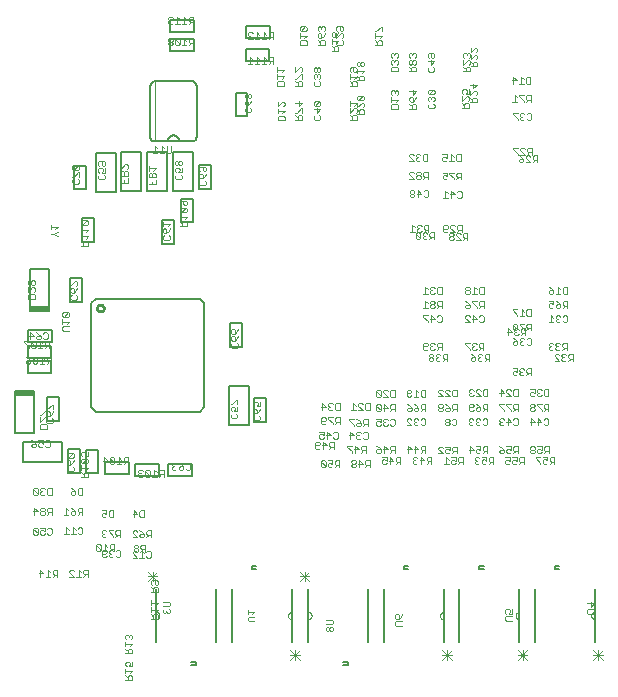
<source format=gbo>
G75*
%MOIN*%
%OFA0B0*%
%FSLAX25Y25*%
%IPPOS*%
%LPD*%
%AMOC8*
5,1,8,0,0,1.08239X$1,22.5*
%
%ADD10C,0.00200*%
%ADD11C,0.00500*%
%ADD12C,0.00600*%
%ADD13C,0.00000*%
%ADD14C,0.00300*%
%ADD15C,0.00800*%
%ADD16C,0.01000*%
D10*
X0038623Y0047205D02*
X0038623Y0049507D01*
X0039774Y0048356D01*
X0038239Y0048356D01*
X0040541Y0047205D02*
X0042076Y0047205D01*
X0042843Y0047205D02*
X0043610Y0047973D01*
X0043227Y0047973D02*
X0044378Y0047973D01*
X0044378Y0047205D02*
X0044378Y0049507D01*
X0043227Y0049507D01*
X0042843Y0049124D01*
X0042843Y0048356D01*
X0043227Y0047973D01*
X0042076Y0048740D02*
X0041308Y0049507D01*
X0041308Y0047205D01*
X0048441Y0047317D02*
X0049975Y0047317D01*
X0048441Y0048852D01*
X0048441Y0049235D01*
X0048824Y0049619D01*
X0049591Y0049619D01*
X0049975Y0049235D01*
X0051510Y0049619D02*
X0051510Y0047317D01*
X0052277Y0047317D02*
X0050742Y0047317D01*
X0052277Y0048852D02*
X0051510Y0049619D01*
X0053044Y0049235D02*
X0053044Y0048468D01*
X0053428Y0048084D01*
X0054579Y0048084D01*
X0054579Y0047317D02*
X0054579Y0049619D01*
X0053428Y0049619D01*
X0053044Y0049235D01*
X0053812Y0048084D02*
X0053044Y0047317D01*
X0059631Y0053850D02*
X0059247Y0054234D01*
X0059247Y0055769D01*
X0059631Y0056152D01*
X0060398Y0056152D01*
X0060782Y0055769D01*
X0060782Y0055385D01*
X0060398Y0055001D01*
X0059247Y0055001D01*
X0059575Y0055780D02*
X0061110Y0055780D01*
X0061549Y0055769D02*
X0061549Y0055385D01*
X0061933Y0055001D01*
X0061549Y0054618D01*
X0061549Y0054234D01*
X0061933Y0053850D01*
X0062700Y0053850D01*
X0063084Y0054234D01*
X0063851Y0054234D02*
X0064235Y0053850D01*
X0065002Y0053850D01*
X0065386Y0054234D01*
X0065386Y0055769D01*
X0065002Y0056152D01*
X0064235Y0056152D01*
X0063851Y0055769D01*
X0063412Y0055780D02*
X0063412Y0058082D01*
X0062261Y0058082D01*
X0061877Y0057698D01*
X0061877Y0056931D01*
X0062261Y0056547D01*
X0063412Y0056547D01*
X0062644Y0056547D02*
X0061877Y0055780D01*
X0061549Y0055769D02*
X0061933Y0056152D01*
X0062700Y0056152D01*
X0063084Y0055769D01*
X0062316Y0055001D02*
X0061933Y0055001D01*
X0060782Y0054234D02*
X0060398Y0053850D01*
X0059631Y0053850D01*
X0060342Y0055780D02*
X0060342Y0058082D01*
X0061110Y0057314D01*
X0058808Y0057698D02*
X0058424Y0058082D01*
X0057657Y0058082D01*
X0057273Y0057698D01*
X0058808Y0056163D01*
X0058424Y0055780D01*
X0057657Y0055780D01*
X0057273Y0056163D01*
X0057273Y0057698D01*
X0058808Y0057698D02*
X0058808Y0056163D01*
X0059533Y0060452D02*
X0060300Y0060452D01*
X0060684Y0060836D01*
X0059916Y0061603D02*
X0059533Y0061603D01*
X0059149Y0061220D01*
X0059149Y0060836D01*
X0059533Y0060452D01*
X0059533Y0061603D02*
X0059149Y0061987D01*
X0059149Y0062371D01*
X0059533Y0062754D01*
X0060300Y0062754D01*
X0060684Y0062371D01*
X0061451Y0062371D02*
X0062986Y0060836D01*
X0062986Y0060452D01*
X0063753Y0060452D02*
X0064520Y0061220D01*
X0064137Y0061220D02*
X0065288Y0061220D01*
X0065288Y0060452D02*
X0065288Y0062754D01*
X0064137Y0062754D01*
X0063753Y0062371D01*
X0063753Y0061603D01*
X0064137Y0061220D01*
X0062986Y0062754D02*
X0061451Y0062754D01*
X0061451Y0062371D01*
X0061881Y0067085D02*
X0061498Y0067469D01*
X0061498Y0069004D01*
X0061881Y0069387D01*
X0063032Y0069387D01*
X0063032Y0067085D01*
X0061881Y0067085D01*
X0060730Y0067469D02*
X0060347Y0067085D01*
X0059579Y0067085D01*
X0059196Y0067469D01*
X0059196Y0068236D01*
X0059579Y0068620D01*
X0059963Y0068620D01*
X0060730Y0068236D01*
X0060730Y0069387D01*
X0059196Y0069387D01*
X0052647Y0068716D02*
X0051496Y0068716D01*
X0051112Y0069099D01*
X0051112Y0069867D01*
X0051496Y0070250D01*
X0052647Y0070250D01*
X0052647Y0067948D01*
X0051880Y0068716D02*
X0051112Y0067948D01*
X0050345Y0068332D02*
X0049961Y0067948D01*
X0049194Y0067948D01*
X0048810Y0068332D01*
X0048810Y0068716D01*
X0049194Y0069099D01*
X0050345Y0069099D01*
X0050345Y0068332D01*
X0050345Y0069099D02*
X0049578Y0069867D01*
X0048810Y0070250D01*
X0048043Y0069483D02*
X0047276Y0070250D01*
X0047276Y0067948D01*
X0048043Y0067948D02*
X0046508Y0067948D01*
X0042469Y0067931D02*
X0042469Y0070233D01*
X0041318Y0070233D01*
X0040935Y0069849D01*
X0040935Y0069082D01*
X0041318Y0068698D01*
X0042469Y0068698D01*
X0041702Y0068698D02*
X0040935Y0067931D01*
X0040168Y0068315D02*
X0040168Y0068698D01*
X0039784Y0069082D01*
X0039017Y0069082D01*
X0038633Y0068698D01*
X0038633Y0068315D01*
X0039017Y0067931D01*
X0039784Y0067931D01*
X0040168Y0068315D01*
X0039784Y0069082D02*
X0040168Y0069466D01*
X0040168Y0069849D01*
X0039784Y0070233D01*
X0039017Y0070233D01*
X0038633Y0069849D01*
X0038633Y0069466D01*
X0039017Y0069082D01*
X0037866Y0069082D02*
X0036331Y0069082D01*
X0036715Y0067931D02*
X0036715Y0070233D01*
X0037866Y0069082D01*
X0037496Y0063601D02*
X0036729Y0063601D01*
X0036345Y0063218D01*
X0037880Y0061683D01*
X0037496Y0061299D01*
X0036729Y0061299D01*
X0036345Y0061683D01*
X0036345Y0063218D01*
X0037496Y0063601D02*
X0037880Y0063218D01*
X0037880Y0061683D01*
X0038647Y0061683D02*
X0039031Y0061299D01*
X0039798Y0061299D01*
X0040182Y0061683D01*
X0040182Y0062450D02*
X0039415Y0062834D01*
X0039031Y0062834D01*
X0038647Y0062450D01*
X0038647Y0061683D01*
X0040182Y0062450D02*
X0040182Y0063601D01*
X0038647Y0063601D01*
X0040949Y0063218D02*
X0041333Y0063601D01*
X0042100Y0063601D01*
X0042484Y0063218D01*
X0042484Y0061683D01*
X0042100Y0061299D01*
X0041333Y0061299D01*
X0040949Y0061683D01*
X0046614Y0061371D02*
X0048148Y0061371D01*
X0047381Y0061371D02*
X0047381Y0063673D01*
X0048148Y0062906D01*
X0049683Y0063673D02*
X0049683Y0061371D01*
X0050450Y0061371D02*
X0048916Y0061371D01*
X0050450Y0062906D02*
X0049683Y0063673D01*
X0051218Y0063289D02*
X0051601Y0063673D01*
X0052369Y0063673D01*
X0052752Y0063289D01*
X0052752Y0061755D01*
X0052369Y0061371D01*
X0051601Y0061371D01*
X0051218Y0061755D01*
X0051547Y0074584D02*
X0051164Y0074968D01*
X0051164Y0076502D01*
X0051547Y0076886D01*
X0052698Y0076886D01*
X0052698Y0074584D01*
X0051547Y0074584D01*
X0050396Y0074968D02*
X0050013Y0074584D01*
X0049245Y0074584D01*
X0048862Y0074968D01*
X0048862Y0075351D01*
X0049245Y0075735D01*
X0050396Y0075735D01*
X0050396Y0074968D01*
X0050396Y0075735D02*
X0049629Y0076502D01*
X0048862Y0076886D01*
X0052344Y0080502D02*
X0054646Y0080502D01*
X0054646Y0081653D01*
X0054263Y0082037D01*
X0053495Y0082037D01*
X0053112Y0081653D01*
X0053112Y0080502D01*
X0053112Y0081269D02*
X0052344Y0082037D01*
X0052344Y0082804D02*
X0052344Y0084339D01*
X0052344Y0083571D02*
X0054646Y0083571D01*
X0053879Y0082804D01*
X0054263Y0085106D02*
X0054646Y0085490D01*
X0054646Y0086257D01*
X0054263Y0086641D01*
X0052728Y0085106D01*
X0052344Y0085490D01*
X0052344Y0086257D01*
X0052728Y0086641D01*
X0054263Y0086641D01*
X0054646Y0087408D02*
X0053495Y0087408D01*
X0053879Y0088175D01*
X0053879Y0088559D01*
X0053495Y0088942D01*
X0052728Y0088942D01*
X0052344Y0088559D01*
X0052344Y0087791D01*
X0052728Y0087408D01*
X0054646Y0087408D02*
X0054646Y0088942D01*
X0049877Y0088113D02*
X0049494Y0088497D01*
X0047959Y0086962D01*
X0047575Y0087346D01*
X0047575Y0088113D01*
X0047959Y0088497D01*
X0049494Y0088497D01*
X0049877Y0088113D02*
X0049877Y0087346D01*
X0049494Y0086962D01*
X0047959Y0086962D01*
X0047959Y0086195D02*
X0048343Y0086195D01*
X0048726Y0085811D01*
X0048726Y0084661D01*
X0047959Y0084661D01*
X0047575Y0085044D01*
X0047575Y0085811D01*
X0047959Y0086195D01*
X0049494Y0085428D02*
X0048726Y0084661D01*
X0049494Y0085428D02*
X0049877Y0086195D01*
X0049494Y0083893D02*
X0049877Y0083510D01*
X0049877Y0082742D01*
X0049494Y0082359D01*
X0047959Y0082359D01*
X0047575Y0082742D01*
X0047575Y0083510D01*
X0047959Y0083893D01*
X0052728Y0085106D02*
X0054263Y0085106D01*
X0059594Y0085926D02*
X0061128Y0085926D01*
X0059977Y0087077D01*
X0059977Y0084775D01*
X0061896Y0085159D02*
X0061896Y0086694D01*
X0063430Y0085159D01*
X0063047Y0084775D01*
X0062279Y0084775D01*
X0061896Y0085159D01*
X0063430Y0085159D02*
X0063430Y0086694D01*
X0063047Y0087077D01*
X0062279Y0087077D01*
X0061896Y0086694D01*
X0064198Y0084775D02*
X0065732Y0084775D01*
X0064965Y0084775D02*
X0064965Y0087077D01*
X0065732Y0086310D01*
X0066500Y0086694D02*
X0066500Y0085926D01*
X0066883Y0085543D01*
X0068034Y0085543D01*
X0067267Y0085543D02*
X0066500Y0084775D01*
X0068034Y0084775D02*
X0068034Y0087077D01*
X0066883Y0087077D01*
X0066500Y0086694D01*
X0071353Y0082524D02*
X0071353Y0082140D01*
X0071737Y0081757D01*
X0071353Y0081373D01*
X0071353Y0080989D01*
X0071737Y0080606D01*
X0072504Y0080606D01*
X0072888Y0080989D01*
X0073655Y0080989D02*
X0074039Y0080606D01*
X0074806Y0080606D01*
X0075190Y0080989D01*
X0073655Y0082524D01*
X0073655Y0080989D01*
X0075190Y0080989D02*
X0075190Y0082524D01*
X0074806Y0082908D01*
X0074039Y0082908D01*
X0073655Y0082524D01*
X0072888Y0082524D02*
X0072504Y0082908D01*
X0071737Y0082908D01*
X0071353Y0082524D01*
X0071737Y0081757D02*
X0072121Y0081757D01*
X0075957Y0080606D02*
X0077492Y0080606D01*
X0078259Y0080606D02*
X0079026Y0081373D01*
X0078643Y0081373D02*
X0079794Y0081373D01*
X0079794Y0080606D02*
X0079794Y0082908D01*
X0078643Y0082908D01*
X0078259Y0082524D01*
X0078259Y0081757D01*
X0078643Y0081373D01*
X0077492Y0082140D02*
X0076724Y0082908D01*
X0076724Y0080606D01*
X0082549Y0083274D02*
X0082932Y0082891D01*
X0083700Y0082891D01*
X0084083Y0083274D01*
X0084851Y0083274D02*
X0084851Y0083658D01*
X0085234Y0084042D01*
X0086385Y0084042D01*
X0086385Y0083274D01*
X0086002Y0082891D01*
X0085234Y0082891D01*
X0084851Y0083274D01*
X0085618Y0084809D02*
X0086385Y0084042D01*
X0085618Y0084809D02*
X0084851Y0085193D01*
X0084083Y0084809D02*
X0083700Y0085193D01*
X0082932Y0085193D01*
X0082549Y0084809D01*
X0082549Y0084425D01*
X0082932Y0084042D01*
X0082549Y0083658D01*
X0082549Y0083274D01*
X0082932Y0084042D02*
X0083316Y0084042D01*
X0087153Y0084809D02*
X0087536Y0085193D01*
X0088304Y0085193D01*
X0088687Y0084809D01*
X0088687Y0083274D01*
X0088304Y0082891D01*
X0087536Y0082891D01*
X0087153Y0083274D01*
X0073282Y0069341D02*
X0072131Y0069341D01*
X0071747Y0068957D01*
X0071747Y0067423D01*
X0072131Y0067039D01*
X0073282Y0067039D01*
X0073282Y0069341D01*
X0070980Y0068190D02*
X0069445Y0068190D01*
X0069829Y0069341D02*
X0070980Y0068190D01*
X0069829Y0067039D02*
X0069829Y0069341D01*
X0069847Y0062675D02*
X0070615Y0062675D01*
X0070998Y0062291D01*
X0071766Y0062675D02*
X0072533Y0062291D01*
X0073300Y0061524D01*
X0072149Y0061524D01*
X0071766Y0061140D01*
X0071766Y0060757D01*
X0072149Y0060373D01*
X0072917Y0060373D01*
X0073300Y0060757D01*
X0073300Y0061524D01*
X0074068Y0061524D02*
X0074451Y0061140D01*
X0075602Y0061140D01*
X0074835Y0061140D02*
X0074068Y0060373D01*
X0074068Y0061524D02*
X0074068Y0062291D01*
X0074451Y0062675D01*
X0075602Y0062675D01*
X0075602Y0060373D01*
X0073616Y0057892D02*
X0072465Y0057892D01*
X0072081Y0057509D01*
X0072081Y0056741D01*
X0072465Y0056358D01*
X0073616Y0056358D01*
X0072849Y0056358D02*
X0072081Y0055590D01*
X0072525Y0055973D02*
X0072525Y0053671D01*
X0073292Y0053671D02*
X0071758Y0053671D01*
X0070990Y0053671D02*
X0069456Y0055205D01*
X0069456Y0055589D01*
X0069839Y0055973D01*
X0070607Y0055973D01*
X0070990Y0055589D01*
X0070930Y0055590D02*
X0071314Y0055974D01*
X0071314Y0056358D01*
X0070930Y0056741D01*
X0070163Y0056741D01*
X0069779Y0056358D01*
X0069779Y0055974D01*
X0070163Y0055590D01*
X0070930Y0055590D01*
X0070930Y0056741D02*
X0071314Y0057125D01*
X0071314Y0057509D01*
X0070930Y0057892D01*
X0070163Y0057892D01*
X0069779Y0057509D01*
X0069779Y0057125D01*
X0070163Y0056741D01*
X0072525Y0055973D02*
X0073292Y0055205D01*
X0073616Y0055590D02*
X0073616Y0057892D01*
X0074443Y0055973D02*
X0075211Y0055973D01*
X0075594Y0055589D01*
X0075594Y0054054D01*
X0075211Y0053671D01*
X0074443Y0053671D01*
X0074060Y0054054D01*
X0074060Y0055589D02*
X0074443Y0055973D01*
X0070990Y0053671D02*
X0069456Y0053671D01*
X0069464Y0060373D02*
X0070998Y0060373D01*
X0069464Y0061908D01*
X0069464Y0062291D01*
X0069847Y0062675D01*
X0076022Y0046094D02*
X0075638Y0045711D01*
X0075638Y0044943D01*
X0076022Y0044560D01*
X0076789Y0044943D02*
X0076789Y0046094D01*
X0076022Y0046094D02*
X0077557Y0046094D01*
X0077940Y0045711D01*
X0077940Y0044943D01*
X0077557Y0044560D01*
X0077173Y0044560D01*
X0076789Y0044943D01*
X0076789Y0043792D02*
X0076406Y0043409D01*
X0076406Y0042258D01*
X0076406Y0043025D02*
X0075638Y0043792D01*
X0076789Y0043792D02*
X0077557Y0043792D01*
X0077940Y0043409D01*
X0077940Y0042258D01*
X0075638Y0042258D01*
X0075555Y0039362D02*
X0075555Y0037828D01*
X0075555Y0038595D02*
X0077857Y0038595D01*
X0077089Y0037828D01*
X0075555Y0037060D02*
X0075555Y0035526D01*
X0075555Y0036293D02*
X0077857Y0036293D01*
X0077089Y0035526D01*
X0076706Y0034758D02*
X0076322Y0034375D01*
X0076322Y0033224D01*
X0076322Y0033991D02*
X0075555Y0034758D01*
X0076706Y0034758D02*
X0077473Y0034758D01*
X0077857Y0034375D01*
X0077857Y0033224D01*
X0075555Y0033224D01*
X0069360Y0027533D02*
X0068976Y0027917D01*
X0068592Y0027917D01*
X0068209Y0027533D01*
X0067825Y0027917D01*
X0067441Y0027917D01*
X0067058Y0027533D01*
X0067058Y0026766D01*
X0067441Y0026382D01*
X0067058Y0025615D02*
X0067058Y0024080D01*
X0067058Y0023313D02*
X0067825Y0022545D01*
X0067825Y0022929D02*
X0067825Y0021778D01*
X0067058Y0021778D02*
X0069360Y0021778D01*
X0069360Y0022929D01*
X0068976Y0023313D01*
X0068209Y0023313D01*
X0067825Y0022929D01*
X0068592Y0024080D02*
X0069360Y0024847D01*
X0067058Y0024847D01*
X0068976Y0026382D02*
X0069360Y0026766D01*
X0069360Y0027533D01*
X0068209Y0027533D02*
X0068209Y0027149D01*
X0068240Y0018944D02*
X0067473Y0018944D01*
X0067089Y0018560D01*
X0067089Y0017793D01*
X0067473Y0017409D01*
X0068240Y0017409D02*
X0068624Y0018177D01*
X0068624Y0018560D01*
X0068240Y0018944D01*
X0069391Y0018944D02*
X0069391Y0017409D01*
X0068240Y0017409D01*
X0067089Y0016642D02*
X0067089Y0015107D01*
X0067089Y0014340D02*
X0067856Y0013573D01*
X0067856Y0013956D02*
X0067856Y0012805D01*
X0067089Y0012805D02*
X0069391Y0012805D01*
X0069391Y0013956D01*
X0069007Y0014340D01*
X0068240Y0014340D01*
X0067856Y0013956D01*
X0068624Y0015107D02*
X0069391Y0015875D01*
X0067089Y0015875D01*
X0042467Y0074571D02*
X0041316Y0074571D01*
X0040933Y0074954D01*
X0040933Y0076489D01*
X0041316Y0076873D01*
X0042467Y0076873D01*
X0042467Y0074571D01*
X0040165Y0074954D02*
X0039782Y0074571D01*
X0039014Y0074571D01*
X0038631Y0074954D01*
X0038631Y0075338D01*
X0039014Y0075722D01*
X0039398Y0075722D01*
X0039014Y0075722D02*
X0038631Y0076105D01*
X0038631Y0076489D01*
X0039014Y0076873D01*
X0039782Y0076873D01*
X0040165Y0076489D01*
X0037864Y0076489D02*
X0037480Y0076873D01*
X0036713Y0076873D01*
X0036329Y0076489D01*
X0037864Y0074954D01*
X0037480Y0074571D01*
X0036713Y0074571D01*
X0036329Y0074954D01*
X0036329Y0076489D01*
X0037864Y0076489D02*
X0037864Y0074954D01*
X0038448Y0090513D02*
X0039215Y0090513D01*
X0039599Y0090897D01*
X0040366Y0090897D02*
X0040750Y0090513D01*
X0041517Y0090513D01*
X0041901Y0090897D01*
X0041901Y0092432D01*
X0041517Y0092815D01*
X0040750Y0092815D01*
X0040366Y0092432D01*
X0039599Y0092815D02*
X0039599Y0091664D01*
X0038831Y0092048D01*
X0038448Y0092048D01*
X0038064Y0091664D01*
X0038064Y0090897D01*
X0038448Y0090513D01*
X0037297Y0090897D02*
X0036913Y0090513D01*
X0036146Y0090513D01*
X0035762Y0090897D01*
X0035762Y0091281D01*
X0036146Y0091664D01*
X0037297Y0091664D01*
X0037297Y0090897D01*
X0037297Y0091664D02*
X0036529Y0092432D01*
X0035762Y0092815D01*
X0038064Y0092815D02*
X0039599Y0092815D01*
X0038684Y0096657D02*
X0038684Y0097808D01*
X0039067Y0098192D01*
X0040602Y0098192D01*
X0040986Y0097808D01*
X0040986Y0096657D01*
X0038684Y0096657D01*
X0038684Y0098959D02*
X0040218Y0100494D01*
X0040602Y0100494D01*
X0040986Y0100110D01*
X0040986Y0099343D01*
X0040602Y0098959D01*
X0040719Y0098902D02*
X0040719Y0099670D01*
X0041102Y0100053D01*
X0041102Y0100821D02*
X0040719Y0101204D01*
X0040719Y0101972D01*
X0041102Y0102355D01*
X0041486Y0102355D01*
X0041870Y0101972D01*
X0041870Y0100821D01*
X0041102Y0100821D01*
X0040986Y0101261D02*
X0040986Y0102796D01*
X0040602Y0102796D01*
X0039067Y0101261D01*
X0038684Y0101261D01*
X0038684Y0100494D02*
X0038684Y0098959D01*
X0040719Y0098902D02*
X0041102Y0098519D01*
X0042637Y0098519D01*
X0043021Y0098902D01*
X0043021Y0099670D01*
X0042637Y0100053D01*
X0041870Y0100821D02*
X0042637Y0101588D01*
X0043021Y0102355D01*
X0043021Y0103123D02*
X0043021Y0104657D01*
X0042637Y0104657D01*
X0041102Y0103123D01*
X0040719Y0103123D01*
X0040797Y0118328D02*
X0041565Y0119095D01*
X0041181Y0119095D02*
X0042332Y0119095D01*
X0042332Y0118328D02*
X0042332Y0120630D01*
X0041181Y0120630D01*
X0040797Y0120246D01*
X0040797Y0119479D01*
X0041181Y0119095D01*
X0040030Y0118328D02*
X0038495Y0118328D01*
X0039263Y0118328D02*
X0039263Y0120630D01*
X0040030Y0119863D01*
X0037728Y0120246D02*
X0037345Y0120630D01*
X0036577Y0120630D01*
X0036194Y0120246D01*
X0037728Y0118712D01*
X0037345Y0118328D01*
X0036577Y0118328D01*
X0036194Y0118712D01*
X0036194Y0120246D01*
X0035426Y0119479D02*
X0034659Y0120246D01*
X0033892Y0120630D01*
X0034275Y0119479D02*
X0033892Y0119095D01*
X0033892Y0118712D01*
X0034275Y0118328D01*
X0035043Y0118328D01*
X0035426Y0118712D01*
X0035426Y0119479D01*
X0034275Y0119479D01*
X0037728Y0118712D02*
X0037728Y0120246D01*
X0037903Y0123496D02*
X0039438Y0123496D01*
X0038671Y0123496D02*
X0038671Y0125798D01*
X0039438Y0125031D01*
X0040205Y0125414D02*
X0040205Y0124647D01*
X0040589Y0124263D01*
X0041740Y0124263D01*
X0041740Y0123496D02*
X0041740Y0125798D01*
X0040589Y0125798D01*
X0040205Y0125414D01*
X0040002Y0126393D02*
X0039618Y0126777D01*
X0040002Y0126393D02*
X0040769Y0126393D01*
X0041153Y0126777D01*
X0041153Y0128311D01*
X0040769Y0128695D01*
X0040002Y0128695D01*
X0039618Y0128311D01*
X0038851Y0127544D02*
X0037700Y0127544D01*
X0037316Y0127160D01*
X0037316Y0126777D01*
X0037700Y0126393D01*
X0038467Y0126393D01*
X0038851Y0126777D01*
X0038851Y0127544D01*
X0038084Y0128311D01*
X0037316Y0128695D01*
X0036549Y0127544D02*
X0035014Y0127544D01*
X0035398Y0126393D02*
X0035398Y0128695D01*
X0036549Y0127544D01*
X0036753Y0125798D02*
X0035985Y0125798D01*
X0035602Y0125414D01*
X0037136Y0123880D01*
X0036753Y0123496D01*
X0035985Y0123496D01*
X0035602Y0123880D01*
X0035602Y0125414D01*
X0034834Y0125798D02*
X0033300Y0125798D01*
X0033300Y0125414D01*
X0034834Y0123880D01*
X0034834Y0123496D01*
X0037136Y0123880D02*
X0037136Y0125414D01*
X0036753Y0125798D01*
X0040205Y0123496D02*
X0040973Y0124263D01*
X0046106Y0129638D02*
X0046106Y0130405D01*
X0046490Y0130788D01*
X0048408Y0130788D01*
X0047641Y0131556D02*
X0048408Y0132323D01*
X0046106Y0132323D01*
X0046106Y0131556D02*
X0046106Y0133090D01*
X0046490Y0133858D02*
X0048024Y0135392D01*
X0046490Y0135392D01*
X0046106Y0135009D01*
X0046106Y0134241D01*
X0046490Y0133858D01*
X0048024Y0133858D01*
X0048408Y0134241D01*
X0048408Y0135009D01*
X0048024Y0135392D01*
X0049120Y0139665D02*
X0048736Y0140049D01*
X0048736Y0140816D01*
X0049120Y0141200D01*
X0049120Y0141967D02*
X0048736Y0142351D01*
X0048736Y0143118D01*
X0049120Y0143502D01*
X0049503Y0143502D01*
X0049887Y0143118D01*
X0049887Y0141967D01*
X0049120Y0141967D01*
X0049887Y0141967D02*
X0050654Y0142735D01*
X0051038Y0143502D01*
X0050654Y0144269D02*
X0051038Y0144653D01*
X0051038Y0145420D01*
X0050654Y0145804D01*
X0050271Y0145804D01*
X0048736Y0144269D01*
X0048736Y0145804D01*
X0050654Y0141200D02*
X0051038Y0140816D01*
X0051038Y0140049D01*
X0050654Y0139665D01*
X0049120Y0139665D01*
X0048408Y0129254D02*
X0046490Y0129254D01*
X0046106Y0129638D01*
X0036878Y0139866D02*
X0034576Y0139866D01*
X0034576Y0141017D01*
X0034959Y0141401D01*
X0036494Y0141401D01*
X0036878Y0141017D01*
X0036878Y0139866D01*
X0036494Y0142168D02*
X0036878Y0142552D01*
X0036878Y0143319D01*
X0036494Y0143703D01*
X0036110Y0143703D01*
X0034576Y0142168D01*
X0034576Y0143703D01*
X0034959Y0144470D02*
X0035343Y0144470D01*
X0035727Y0144854D01*
X0035727Y0145621D01*
X0035343Y0146005D01*
X0034959Y0146005D01*
X0034576Y0145621D01*
X0034576Y0144854D01*
X0034959Y0144470D01*
X0035727Y0144854D02*
X0036110Y0144470D01*
X0036494Y0144470D01*
X0036878Y0144854D01*
X0036878Y0145621D01*
X0036494Y0146005D01*
X0036110Y0146005D01*
X0035727Y0145621D01*
X0042210Y0161547D02*
X0043361Y0161547D01*
X0044128Y0162314D01*
X0044512Y0162314D01*
X0043745Y0163081D02*
X0044512Y0163849D01*
X0042210Y0163849D01*
X0042210Y0164616D02*
X0042210Y0163081D01*
X0043361Y0161547D02*
X0044128Y0160780D01*
X0044512Y0160780D01*
X0052274Y0160673D02*
X0054576Y0160673D01*
X0053809Y0159905D01*
X0054193Y0159138D02*
X0053425Y0159138D01*
X0053042Y0158754D01*
X0053042Y0157603D01*
X0053042Y0158371D02*
X0052274Y0159138D01*
X0052274Y0159905D02*
X0052274Y0161440D01*
X0052274Y0162207D02*
X0052274Y0163742D01*
X0052274Y0162975D02*
X0054576Y0162975D01*
X0053809Y0162207D01*
X0054193Y0164509D02*
X0054576Y0164893D01*
X0054576Y0165660D01*
X0054193Y0166044D01*
X0052658Y0164509D01*
X0052274Y0164893D01*
X0052274Y0165660D01*
X0052658Y0166044D01*
X0054193Y0166044D01*
X0054193Y0164509D02*
X0052658Y0164509D01*
X0054193Y0159138D02*
X0054576Y0158754D01*
X0054576Y0157603D01*
X0052274Y0157603D01*
X0051324Y0178335D02*
X0049789Y0178335D01*
X0049406Y0178719D01*
X0049406Y0179486D01*
X0049789Y0179870D01*
X0049789Y0180637D02*
X0049406Y0180637D01*
X0049789Y0180637D02*
X0051324Y0182172D01*
X0051708Y0182172D01*
X0051708Y0180637D01*
X0051324Y0179870D02*
X0051708Y0179486D01*
X0051708Y0178719D01*
X0051324Y0178335D01*
X0051324Y0182939D02*
X0051708Y0183323D01*
X0051708Y0184090D01*
X0051324Y0184474D01*
X0049789Y0182939D01*
X0049406Y0183323D01*
X0049406Y0184090D01*
X0049789Y0184474D01*
X0051324Y0184474D01*
X0051324Y0182939D02*
X0049789Y0182939D01*
X0058057Y0183131D02*
X0058057Y0182363D01*
X0058441Y0181980D01*
X0059208Y0181980D02*
X0059592Y0182747D01*
X0059592Y0183131D01*
X0059208Y0183514D01*
X0058441Y0183514D01*
X0058057Y0183131D01*
X0058441Y0184282D02*
X0058057Y0184665D01*
X0058057Y0185433D01*
X0058441Y0185816D01*
X0059975Y0185816D01*
X0060359Y0185433D01*
X0060359Y0184665D01*
X0059975Y0184282D01*
X0059592Y0184282D01*
X0059208Y0184665D01*
X0059208Y0185816D01*
X0060359Y0183514D02*
X0060359Y0181980D01*
X0059208Y0181980D01*
X0058441Y0181212D02*
X0058057Y0180829D01*
X0058057Y0180061D01*
X0058441Y0179678D01*
X0059975Y0179678D01*
X0060359Y0180061D01*
X0060359Y0180829D01*
X0059975Y0181212D01*
X0065550Y0180879D02*
X0065550Y0182030D01*
X0065934Y0182414D01*
X0066318Y0182414D01*
X0066701Y0182030D01*
X0066701Y0180879D01*
X0065550Y0180879D02*
X0067852Y0180879D01*
X0067852Y0182030D01*
X0067469Y0182414D01*
X0067085Y0182414D01*
X0066701Y0182030D01*
X0067469Y0183181D02*
X0067852Y0183565D01*
X0067852Y0184332D01*
X0067469Y0184716D01*
X0067085Y0184716D01*
X0065550Y0183181D01*
X0065550Y0184716D01*
X0067852Y0180112D02*
X0067852Y0178577D01*
X0065550Y0178577D01*
X0066701Y0178577D02*
X0066701Y0179344D01*
X0074812Y0180342D02*
X0074812Y0181493D01*
X0075195Y0181877D01*
X0075579Y0181877D01*
X0075963Y0181493D01*
X0075963Y0180342D01*
X0074812Y0180342D02*
X0077114Y0180342D01*
X0077114Y0181493D01*
X0076730Y0181877D01*
X0076346Y0181877D01*
X0075963Y0181493D01*
X0076346Y0182644D02*
X0077114Y0183411D01*
X0074812Y0183411D01*
X0074812Y0182644D02*
X0074812Y0184178D01*
X0077114Y0179575D02*
X0077114Y0178040D01*
X0074812Y0178040D01*
X0075963Y0178040D02*
X0075963Y0178807D01*
X0083578Y0180124D02*
X0083578Y0180892D01*
X0083961Y0181275D01*
X0083961Y0182043D02*
X0083578Y0182426D01*
X0083578Y0183194D01*
X0083961Y0183577D01*
X0084729Y0183577D01*
X0085112Y0183194D01*
X0085112Y0182810D01*
X0084729Y0182043D01*
X0085880Y0182043D01*
X0085880Y0183577D01*
X0085496Y0184345D02*
X0085112Y0184345D01*
X0084729Y0184728D01*
X0084729Y0185496D01*
X0084345Y0185879D01*
X0083961Y0185879D01*
X0083578Y0185496D01*
X0083578Y0184728D01*
X0083961Y0184345D01*
X0084345Y0184345D01*
X0084729Y0184728D01*
X0084729Y0185496D02*
X0085112Y0185879D01*
X0085496Y0185879D01*
X0085880Y0185496D01*
X0085880Y0184728D01*
X0085496Y0184345D01*
X0085496Y0181275D02*
X0085880Y0180892D01*
X0085880Y0180124D01*
X0085496Y0179741D01*
X0083961Y0179741D01*
X0083578Y0180124D01*
X0085649Y0172577D02*
X0087183Y0172577D01*
X0087567Y0172193D01*
X0087567Y0171426D01*
X0087183Y0171042D01*
X0086800Y0171042D01*
X0086416Y0171426D01*
X0086416Y0172577D01*
X0085649Y0172577D02*
X0085265Y0172193D01*
X0085265Y0171426D01*
X0085649Y0171042D01*
X0085649Y0170275D02*
X0085265Y0169891D01*
X0085265Y0169124D01*
X0085649Y0168740D01*
X0087183Y0170275D01*
X0085649Y0170275D01*
X0087183Y0170275D02*
X0087567Y0169891D01*
X0087567Y0169124D01*
X0087183Y0168740D01*
X0085649Y0168740D01*
X0085265Y0167973D02*
X0085265Y0166439D01*
X0085265Y0167206D02*
X0087567Y0167206D01*
X0086800Y0166439D01*
X0087183Y0165671D02*
X0086416Y0165671D01*
X0086032Y0165288D01*
X0086032Y0164137D01*
X0086032Y0164904D02*
X0085265Y0165671D01*
X0085265Y0164137D02*
X0087567Y0164137D01*
X0087567Y0165288D01*
X0087183Y0165671D01*
X0081886Y0164889D02*
X0079584Y0164889D01*
X0079584Y0164122D02*
X0079584Y0165657D01*
X0081118Y0164122D02*
X0081886Y0164889D01*
X0081886Y0163355D02*
X0081502Y0162587D01*
X0080735Y0161820D01*
X0080735Y0162971D01*
X0080351Y0163355D01*
X0079967Y0163355D01*
X0079584Y0162971D01*
X0079584Y0162204D01*
X0079967Y0161820D01*
X0080735Y0161820D01*
X0081502Y0161053D02*
X0081886Y0160669D01*
X0081886Y0159902D01*
X0081502Y0159518D01*
X0079967Y0159518D01*
X0079584Y0159902D01*
X0079584Y0160669D01*
X0079967Y0161053D01*
X0092090Y0177800D02*
X0091706Y0178183D01*
X0091706Y0178951D01*
X0092090Y0179334D01*
X0092090Y0180102D02*
X0091706Y0180485D01*
X0091706Y0181253D01*
X0092090Y0181636D01*
X0092474Y0181636D01*
X0092857Y0181253D01*
X0092857Y0180102D01*
X0092090Y0180102D01*
X0092857Y0180102D02*
X0093625Y0180869D01*
X0094008Y0181636D01*
X0093625Y0182404D02*
X0093241Y0182404D01*
X0092857Y0182787D01*
X0092857Y0183938D01*
X0092090Y0183938D02*
X0093625Y0183938D01*
X0094008Y0183555D01*
X0094008Y0182787D01*
X0093625Y0182404D01*
X0092090Y0182404D02*
X0091706Y0182787D01*
X0091706Y0183555D01*
X0092090Y0183938D01*
X0093625Y0179334D02*
X0094008Y0178951D01*
X0094008Y0178183D01*
X0093625Y0177800D01*
X0092090Y0177800D01*
X0076797Y0192409D02*
X0076797Y0212409D01*
X0081672Y0224435D02*
X0082439Y0224435D01*
X0082823Y0224819D01*
X0082823Y0225202D01*
X0082439Y0225586D01*
X0081672Y0225586D01*
X0081288Y0225202D01*
X0081288Y0224819D01*
X0081672Y0224435D01*
X0081672Y0225586D02*
X0081288Y0225970D01*
X0081288Y0226353D01*
X0081672Y0226737D01*
X0082439Y0226737D01*
X0082823Y0226353D01*
X0082823Y0225970D01*
X0082439Y0225586D01*
X0083590Y0224819D02*
X0083974Y0224435D01*
X0084741Y0224435D01*
X0085125Y0224819D01*
X0083590Y0226353D01*
X0083590Y0224819D01*
X0083590Y0226353D02*
X0083974Y0226737D01*
X0084741Y0226737D01*
X0085125Y0226353D01*
X0085125Y0224819D01*
X0085892Y0224435D02*
X0087427Y0224435D01*
X0088194Y0224435D02*
X0088961Y0225202D01*
X0088578Y0225202D02*
X0089729Y0225202D01*
X0089729Y0224435D02*
X0089729Y0226737D01*
X0088578Y0226737D01*
X0088194Y0226353D01*
X0088194Y0225586D01*
X0088578Y0225202D01*
X0087427Y0225970D02*
X0086659Y0226737D01*
X0086659Y0224435D01*
X0086666Y0231544D02*
X0086666Y0233846D01*
X0087433Y0233079D01*
X0088200Y0233462D02*
X0088200Y0232695D01*
X0088584Y0232311D01*
X0089735Y0232311D01*
X0089735Y0231544D02*
X0089735Y0233846D01*
X0088584Y0233846D01*
X0088200Y0233462D01*
X0088968Y0232311D02*
X0088200Y0231544D01*
X0087433Y0231544D02*
X0085898Y0231544D01*
X0085131Y0231544D02*
X0083596Y0231544D01*
X0084364Y0231544D02*
X0084364Y0233846D01*
X0085131Y0233079D01*
X0082829Y0233462D02*
X0082445Y0233846D01*
X0081678Y0233846D01*
X0081294Y0233462D01*
X0081294Y0233079D01*
X0081678Y0232695D01*
X0081294Y0232311D01*
X0081294Y0231928D01*
X0081678Y0231544D01*
X0082445Y0231544D01*
X0082829Y0231928D01*
X0082062Y0232695D02*
X0081678Y0232695D01*
X0107910Y0228378D02*
X0108294Y0228761D01*
X0109061Y0228761D01*
X0109445Y0228378D01*
X0107910Y0228378D02*
X0107910Y0227994D01*
X0109445Y0226459D01*
X0107910Y0226459D01*
X0110212Y0226459D02*
X0111747Y0226459D01*
X0112514Y0226459D02*
X0114049Y0226459D01*
X0114816Y0226459D02*
X0115583Y0227227D01*
X0115200Y0227227D02*
X0116351Y0227227D01*
X0116351Y0226459D02*
X0116351Y0228761D01*
X0115200Y0228761D01*
X0114816Y0228378D01*
X0114816Y0227610D01*
X0115200Y0227227D01*
X0114049Y0227994D02*
X0113281Y0228761D01*
X0113281Y0226459D01*
X0111747Y0227994D02*
X0110979Y0228761D01*
X0110979Y0226459D01*
X0110948Y0220600D02*
X0110948Y0218298D01*
X0111715Y0218298D02*
X0110180Y0218298D01*
X0109413Y0218298D02*
X0107878Y0218298D01*
X0108646Y0218298D02*
X0108646Y0220600D01*
X0109413Y0219833D01*
X0110948Y0220600D02*
X0111715Y0219833D01*
X0113250Y0220600D02*
X0113250Y0218298D01*
X0114017Y0218298D02*
X0112482Y0218298D01*
X0114017Y0219833D02*
X0113250Y0220600D01*
X0114784Y0220216D02*
X0114784Y0219449D01*
X0115168Y0219065D01*
X0116319Y0219065D01*
X0116319Y0218298D02*
X0116319Y0220600D01*
X0115168Y0220600D01*
X0114784Y0220216D01*
X0115552Y0219065D02*
X0114784Y0218298D01*
X0117652Y0217087D02*
X0117652Y0215552D01*
X0117652Y0214785D02*
X0117652Y0213250D01*
X0117652Y0214018D02*
X0119954Y0214018D01*
X0119187Y0213250D01*
X0119571Y0212483D02*
X0119954Y0212099D01*
X0119954Y0210948D01*
X0117652Y0210948D01*
X0117652Y0212099D01*
X0118036Y0212483D01*
X0119571Y0212483D01*
X0119187Y0215552D02*
X0119954Y0216320D01*
X0117652Y0216320D01*
X0123697Y0217067D02*
X0123697Y0215532D01*
X0125232Y0217067D01*
X0125615Y0217067D01*
X0125999Y0216683D01*
X0125999Y0215916D01*
X0125615Y0215532D01*
X0125615Y0214765D02*
X0124081Y0213230D01*
X0123697Y0213230D01*
X0123697Y0212463D02*
X0124464Y0211696D01*
X0124464Y0212079D02*
X0124464Y0210929D01*
X0123697Y0210929D02*
X0125999Y0210929D01*
X0125999Y0212079D01*
X0125615Y0212463D01*
X0124848Y0212463D01*
X0124464Y0212079D01*
X0125999Y0213230D02*
X0125999Y0214765D01*
X0125615Y0214765D01*
X0129788Y0214361D02*
X0129788Y0213594D01*
X0130172Y0213210D01*
X0130172Y0212443D02*
X0129788Y0212059D01*
X0129788Y0211292D01*
X0130172Y0210908D01*
X0131707Y0210908D01*
X0132090Y0211292D01*
X0132090Y0212059D01*
X0131707Y0212443D01*
X0131707Y0213210D02*
X0132090Y0213594D01*
X0132090Y0214361D01*
X0131707Y0214745D01*
X0131323Y0214745D01*
X0130939Y0214361D01*
X0130556Y0214745D01*
X0130172Y0214745D01*
X0129788Y0214361D01*
X0130939Y0214361D02*
X0130939Y0213978D01*
X0130556Y0215512D02*
X0130939Y0215896D01*
X0130939Y0216663D01*
X0130556Y0217047D01*
X0130172Y0217047D01*
X0129788Y0216663D01*
X0129788Y0215896D01*
X0130172Y0215512D01*
X0130556Y0215512D01*
X0130939Y0215896D02*
X0131323Y0215512D01*
X0131707Y0215512D01*
X0132090Y0215896D01*
X0132090Y0216663D01*
X0131707Y0217047D01*
X0131323Y0217047D01*
X0130939Y0216663D01*
X0135791Y0222603D02*
X0138093Y0222603D01*
X0138093Y0223754D01*
X0137710Y0224138D01*
X0136942Y0224138D01*
X0136559Y0223754D01*
X0136559Y0222603D01*
X0136559Y0223371D02*
X0135791Y0224138D01*
X0135791Y0224905D02*
X0135791Y0226440D01*
X0135791Y0225673D02*
X0138093Y0225673D01*
X0137326Y0224905D01*
X0137310Y0224936D02*
X0137310Y0225704D01*
X0137694Y0226087D01*
X0137310Y0226855D02*
X0138845Y0228389D01*
X0139228Y0228389D01*
X0139612Y0228006D01*
X0139612Y0227238D01*
X0139228Y0226855D01*
X0139228Y0226087D02*
X0139612Y0225704D01*
X0139612Y0224936D01*
X0139228Y0224553D01*
X0137694Y0224553D01*
X0137310Y0224936D01*
X0137310Y0226855D02*
X0137310Y0228389D01*
X0136942Y0228358D02*
X0136942Y0227207D01*
X0136175Y0227207D01*
X0135791Y0227591D01*
X0135791Y0228358D01*
X0136175Y0228742D01*
X0136559Y0228742D01*
X0136942Y0228358D01*
X0137710Y0227975D02*
X0136942Y0227207D01*
X0137710Y0227975D02*
X0138093Y0228742D01*
X0137694Y0229157D02*
X0137310Y0229540D01*
X0137310Y0230308D01*
X0137694Y0230691D01*
X0139228Y0230691D01*
X0139612Y0230308D01*
X0139612Y0229540D01*
X0139228Y0229157D01*
X0138845Y0229157D01*
X0138461Y0229540D01*
X0138461Y0230691D01*
X0133527Y0230310D02*
X0133527Y0229543D01*
X0133144Y0229159D01*
X0133527Y0228392D02*
X0133144Y0227624D01*
X0132376Y0226857D01*
X0132376Y0228008D01*
X0131993Y0228392D01*
X0131609Y0228392D01*
X0131225Y0228008D01*
X0131225Y0227241D01*
X0131609Y0226857D01*
X0132376Y0226857D01*
X0132376Y0226090D02*
X0131993Y0225706D01*
X0131993Y0224555D01*
X0131993Y0225323D02*
X0131225Y0226090D01*
X0132376Y0226090D02*
X0133144Y0226090D01*
X0133527Y0225706D01*
X0133527Y0224555D01*
X0131225Y0224555D01*
X0131609Y0229159D02*
X0131225Y0229543D01*
X0131225Y0230310D01*
X0131609Y0230694D01*
X0131993Y0230694D01*
X0132376Y0230310D01*
X0132376Y0229926D01*
X0132376Y0230310D02*
X0132760Y0230694D01*
X0133144Y0230694D01*
X0133527Y0230310D01*
X0127453Y0230315D02*
X0127453Y0229547D01*
X0127069Y0229164D01*
X0125534Y0229164D01*
X0127069Y0230698D01*
X0125534Y0230698D01*
X0125151Y0230315D01*
X0125151Y0229547D01*
X0125534Y0229164D01*
X0125151Y0228396D02*
X0125151Y0226862D01*
X0125151Y0227629D02*
X0127453Y0227629D01*
X0126685Y0226862D01*
X0127069Y0226094D02*
X0127453Y0225711D01*
X0127453Y0224560D01*
X0125151Y0224560D01*
X0125151Y0225711D01*
X0125534Y0226094D01*
X0127069Y0226094D01*
X0127453Y0230315D02*
X0127069Y0230698D01*
X0141840Y0216628D02*
X0141840Y0215861D01*
X0142223Y0215477D01*
X0141840Y0214710D02*
X0141840Y0213175D01*
X0141840Y0212408D02*
X0142607Y0211641D01*
X0142607Y0212024D02*
X0142607Y0210873D01*
X0141840Y0210873D02*
X0144142Y0210873D01*
X0144142Y0212024D01*
X0143758Y0212408D01*
X0142991Y0212408D01*
X0142607Y0212024D01*
X0143374Y0213175D02*
X0144142Y0213943D01*
X0141840Y0213943D01*
X0143374Y0215477D02*
X0142991Y0215861D01*
X0142991Y0217012D01*
X0143758Y0217012D02*
X0144142Y0216628D01*
X0144142Y0215861D01*
X0143758Y0215477D01*
X0143374Y0215477D01*
X0144265Y0215845D02*
X0146567Y0215845D01*
X0145799Y0215078D01*
X0145416Y0214310D02*
X0145032Y0213927D01*
X0145032Y0212776D01*
X0145032Y0213543D02*
X0144265Y0214310D01*
X0144265Y0215078D02*
X0144265Y0216612D01*
X0143758Y0217012D02*
X0142223Y0217012D01*
X0141840Y0216628D01*
X0144265Y0217763D02*
X0144648Y0217380D01*
X0145032Y0217380D01*
X0145416Y0217763D01*
X0145416Y0218531D01*
X0145032Y0218914D01*
X0144648Y0218914D01*
X0144265Y0218531D01*
X0144265Y0217763D01*
X0145416Y0217763D02*
X0145799Y0217380D01*
X0146183Y0217380D01*
X0146567Y0217763D01*
X0146567Y0218531D01*
X0146183Y0218914D01*
X0145799Y0218914D01*
X0145416Y0218531D01*
X0145416Y0214310D02*
X0146183Y0214310D01*
X0146567Y0213927D01*
X0146567Y0212776D01*
X0144265Y0212776D01*
X0144656Y0207638D02*
X0144272Y0207254D01*
X0144272Y0206487D01*
X0144656Y0206103D01*
X0146191Y0207638D01*
X0144656Y0207638D01*
X0146191Y0207638D02*
X0146574Y0207254D01*
X0146574Y0206487D01*
X0146191Y0206103D01*
X0144656Y0206103D01*
X0144272Y0205336D02*
X0144272Y0203801D01*
X0145807Y0205336D01*
X0146191Y0205336D01*
X0146574Y0204952D01*
X0146574Y0204185D01*
X0146191Y0203801D01*
X0146191Y0203034D02*
X0145423Y0203034D01*
X0145040Y0202650D01*
X0145040Y0201499D01*
X0144272Y0201499D02*
X0146574Y0201499D01*
X0146574Y0202650D01*
X0146191Y0203034D01*
X0145040Y0202267D02*
X0144272Y0203034D01*
X0144184Y0203098D02*
X0144184Y0202330D01*
X0143800Y0201947D01*
X0143800Y0201179D02*
X0143033Y0201179D01*
X0142649Y0200796D01*
X0142649Y0199645D01*
X0142649Y0200412D02*
X0141882Y0201179D01*
X0141882Y0201947D02*
X0143416Y0203481D01*
X0143800Y0203481D01*
X0144184Y0203098D01*
X0143416Y0204249D02*
X0144184Y0205016D01*
X0141882Y0205016D01*
X0141882Y0204249D02*
X0141882Y0205783D01*
X0141882Y0203481D02*
X0141882Y0201947D01*
X0143800Y0201179D02*
X0144184Y0200796D01*
X0144184Y0199645D01*
X0141882Y0199645D01*
X0132081Y0199954D02*
X0131697Y0199570D01*
X0130163Y0199570D01*
X0129779Y0199954D01*
X0129779Y0200721D01*
X0130163Y0201105D01*
X0130930Y0201872D02*
X0130930Y0203407D01*
X0130163Y0204174D02*
X0131697Y0205709D01*
X0130163Y0205709D01*
X0129779Y0205325D01*
X0129779Y0204558D01*
X0130163Y0204174D01*
X0131697Y0204174D01*
X0132081Y0204558D01*
X0132081Y0205325D01*
X0131697Y0205709D01*
X0132081Y0203023D02*
X0129779Y0203023D01*
X0130930Y0201872D02*
X0132081Y0203023D01*
X0131697Y0201105D02*
X0132081Y0200721D01*
X0132081Y0199954D01*
X0126032Y0199533D02*
X0126032Y0200684D01*
X0125648Y0201068D01*
X0124881Y0201068D01*
X0124497Y0200684D01*
X0124497Y0199533D01*
X0123730Y0199533D02*
X0126032Y0199533D01*
X0124497Y0200300D02*
X0123730Y0201068D01*
X0123730Y0201835D02*
X0124113Y0201835D01*
X0125648Y0203370D01*
X0126032Y0203370D01*
X0126032Y0201835D01*
X0124881Y0204137D02*
X0124881Y0205672D01*
X0126032Y0205288D02*
X0124881Y0204137D01*
X0123730Y0205288D02*
X0126032Y0205288D01*
X0120121Y0205171D02*
X0120121Y0204403D01*
X0119737Y0204020D01*
X0120121Y0205171D02*
X0119737Y0205554D01*
X0119354Y0205554D01*
X0117819Y0204020D01*
X0117819Y0205554D01*
X0117819Y0203252D02*
X0117819Y0201718D01*
X0117819Y0202485D02*
X0120121Y0202485D01*
X0119354Y0201718D01*
X0119737Y0200951D02*
X0120121Y0200567D01*
X0120121Y0199416D01*
X0117819Y0199416D01*
X0117819Y0200567D01*
X0118203Y0200951D01*
X0119737Y0200951D01*
X0109095Y0202484D02*
X0108712Y0202100D01*
X0107177Y0202100D01*
X0106793Y0202484D01*
X0106793Y0203251D01*
X0107177Y0203635D01*
X0107177Y0204402D02*
X0106793Y0204786D01*
X0106793Y0205553D01*
X0107177Y0205937D01*
X0107561Y0205937D01*
X0107944Y0205553D01*
X0107944Y0204402D01*
X0107177Y0204402D01*
X0107944Y0204402D02*
X0108712Y0205169D01*
X0109095Y0205937D01*
X0108712Y0206704D02*
X0108328Y0206704D01*
X0107944Y0207088D01*
X0107944Y0207855D01*
X0107561Y0208238D01*
X0107177Y0208238D01*
X0106793Y0207855D01*
X0106793Y0207088D01*
X0107177Y0206704D01*
X0107561Y0206704D01*
X0107944Y0207088D01*
X0107944Y0207855D02*
X0108328Y0208238D01*
X0108712Y0208238D01*
X0109095Y0207855D01*
X0109095Y0207088D01*
X0108712Y0206704D01*
X0108712Y0203635D02*
X0109095Y0203251D01*
X0109095Y0202484D01*
X0150339Y0224511D02*
X0152641Y0224511D01*
X0152641Y0225662D01*
X0152257Y0226045D01*
X0151490Y0226045D01*
X0151107Y0225662D01*
X0151107Y0224511D01*
X0151107Y0225278D02*
X0150339Y0226045D01*
X0150339Y0226813D02*
X0150339Y0228347D01*
X0150339Y0227580D02*
X0152641Y0227580D01*
X0151874Y0226813D01*
X0152641Y0229115D02*
X0152641Y0230649D01*
X0152257Y0230649D01*
X0150723Y0229115D01*
X0150339Y0229115D01*
X0155961Y0221829D02*
X0155577Y0221446D01*
X0155577Y0220678D01*
X0155961Y0220295D01*
X0155961Y0219527D02*
X0155577Y0219144D01*
X0155577Y0218376D01*
X0155961Y0217993D01*
X0155961Y0217225D02*
X0157496Y0217225D01*
X0157879Y0216842D01*
X0157879Y0215691D01*
X0155577Y0215691D01*
X0155577Y0216842D01*
X0155961Y0217225D01*
X0157496Y0217993D02*
X0157879Y0218376D01*
X0157879Y0219144D01*
X0157496Y0219527D01*
X0157112Y0219527D01*
X0156728Y0219144D01*
X0156345Y0219527D01*
X0155961Y0219527D01*
X0156728Y0219144D02*
X0156728Y0218760D01*
X0157496Y0220295D02*
X0157879Y0220678D01*
X0157879Y0221446D01*
X0157496Y0221829D01*
X0157112Y0221829D01*
X0156728Y0221446D01*
X0156345Y0221829D01*
X0155961Y0221829D01*
X0156728Y0221446D02*
X0156728Y0221062D01*
X0161623Y0221441D02*
X0161623Y0220674D01*
X0162006Y0220290D01*
X0162006Y0219523D02*
X0161623Y0219139D01*
X0161623Y0218372D01*
X0162006Y0217988D01*
X0162390Y0217988D01*
X0162774Y0218372D01*
X0162774Y0219139D01*
X0162390Y0219523D01*
X0162006Y0219523D01*
X0162774Y0219139D02*
X0163157Y0219523D01*
X0163541Y0219523D01*
X0163925Y0219139D01*
X0163925Y0218372D01*
X0163541Y0217988D01*
X0163157Y0217988D01*
X0162774Y0218372D01*
X0162774Y0217221D02*
X0162390Y0216837D01*
X0162390Y0215686D01*
X0161623Y0215686D02*
X0163925Y0215686D01*
X0163925Y0216837D01*
X0163541Y0217221D01*
X0162774Y0217221D01*
X0162390Y0216454D02*
X0161623Y0217221D01*
X0163541Y0220290D02*
X0163925Y0220674D01*
X0163925Y0221441D01*
X0163541Y0221825D01*
X0163157Y0221825D01*
X0162774Y0221441D01*
X0162390Y0221825D01*
X0162006Y0221825D01*
X0161623Y0221441D01*
X0162774Y0221441D02*
X0162774Y0221057D01*
X0167779Y0221384D02*
X0168162Y0221768D01*
X0169697Y0221768D01*
X0170080Y0221384D01*
X0170080Y0220617D01*
X0169697Y0220233D01*
X0169313Y0220233D01*
X0168930Y0220617D01*
X0168930Y0221768D01*
X0167779Y0221384D02*
X0167779Y0220617D01*
X0168162Y0220233D01*
X0168930Y0219466D02*
X0168930Y0217931D01*
X0170080Y0219082D01*
X0167779Y0219082D01*
X0168162Y0217164D02*
X0167779Y0216780D01*
X0167779Y0216013D01*
X0168162Y0215629D01*
X0169697Y0215629D01*
X0170080Y0216013D01*
X0170080Y0216780D01*
X0169697Y0217164D01*
X0169744Y0209606D02*
X0168209Y0208072D01*
X0167825Y0208455D01*
X0167825Y0209223D01*
X0168209Y0209606D01*
X0169744Y0209606D01*
X0170127Y0209223D01*
X0170127Y0208455D01*
X0169744Y0208072D01*
X0168209Y0208072D01*
X0168209Y0207304D02*
X0167825Y0206921D01*
X0167825Y0206154D01*
X0168209Y0205770D01*
X0168209Y0205003D02*
X0167825Y0204619D01*
X0167825Y0203852D01*
X0168209Y0203468D01*
X0169744Y0203468D01*
X0170127Y0203852D01*
X0170127Y0204619D01*
X0169744Y0205003D01*
X0169744Y0205770D02*
X0170127Y0206154D01*
X0170127Y0206921D01*
X0169744Y0207304D01*
X0169360Y0207304D01*
X0168976Y0206921D01*
X0168593Y0207304D01*
X0168209Y0207304D01*
X0168976Y0206921D02*
X0168976Y0206537D01*
X0164077Y0207159D02*
X0163694Y0206392D01*
X0162926Y0205625D01*
X0162926Y0206776D01*
X0162543Y0207159D01*
X0162159Y0207159D01*
X0161775Y0206776D01*
X0161775Y0206008D01*
X0162159Y0205625D01*
X0162926Y0205625D01*
X0162926Y0204857D02*
X0162543Y0204474D01*
X0162543Y0203323D01*
X0162543Y0204090D02*
X0161775Y0204857D01*
X0162926Y0204857D02*
X0163694Y0204857D01*
X0164077Y0204474D01*
X0164077Y0203323D01*
X0161775Y0203323D01*
X0158018Y0203217D02*
X0158018Y0204368D01*
X0157634Y0204752D01*
X0156100Y0204752D01*
X0155716Y0204368D01*
X0155716Y0203217D01*
X0158018Y0203217D01*
X0157251Y0205519D02*
X0158018Y0206286D01*
X0155716Y0206286D01*
X0155716Y0205519D02*
X0155716Y0207054D01*
X0156100Y0207821D02*
X0155716Y0208205D01*
X0155716Y0208972D01*
X0156100Y0209356D01*
X0156483Y0209356D01*
X0156867Y0208972D01*
X0156867Y0208588D01*
X0156867Y0208972D02*
X0157251Y0209356D01*
X0157634Y0209356D01*
X0158018Y0208972D01*
X0158018Y0208205D01*
X0157634Y0207821D01*
X0161775Y0209077D02*
X0164077Y0209077D01*
X0162926Y0207927D01*
X0162926Y0209461D01*
X0179343Y0209290D02*
X0179343Y0208523D01*
X0179726Y0208139D01*
X0180493Y0208139D02*
X0180877Y0208906D01*
X0180877Y0209290D01*
X0180493Y0209674D01*
X0179726Y0209674D01*
X0179343Y0209290D01*
X0180493Y0208139D02*
X0181644Y0208139D01*
X0181644Y0209674D01*
X0181873Y0209263D02*
X0181873Y0207728D01*
X0183408Y0209263D01*
X0183791Y0209263D01*
X0184175Y0208879D01*
X0184175Y0208112D01*
X0183791Y0207728D01*
X0183791Y0206961D02*
X0183024Y0206961D01*
X0182640Y0206577D01*
X0182640Y0205426D01*
X0181873Y0205426D02*
X0184175Y0205426D01*
X0184175Y0206577D01*
X0183791Y0206961D01*
X0182640Y0206194D02*
X0181873Y0206961D01*
X0181644Y0206988D02*
X0181644Y0206221D01*
X0181261Y0205837D01*
X0181261Y0205070D02*
X0180493Y0205070D01*
X0180110Y0204686D01*
X0180110Y0203535D01*
X0180110Y0204302D02*
X0179343Y0205070D01*
X0179343Y0205837D02*
X0180877Y0207372D01*
X0181261Y0207372D01*
X0181644Y0206988D01*
X0181261Y0205070D02*
X0181644Y0204686D01*
X0181644Y0203535D01*
X0179343Y0203535D01*
X0179343Y0205837D02*
X0179343Y0207372D01*
X0183024Y0210030D02*
X0183024Y0211565D01*
X0181873Y0211181D02*
X0184175Y0211181D01*
X0183024Y0210030D01*
X0181996Y0215673D02*
X0179694Y0215673D01*
X0180461Y0215673D02*
X0180461Y0216824D01*
X0180845Y0217208D01*
X0181612Y0217208D01*
X0181996Y0216824D01*
X0181996Y0215673D01*
X0180461Y0216440D02*
X0179694Y0217208D01*
X0179694Y0217975D02*
X0181228Y0219510D01*
X0181612Y0219510D01*
X0181996Y0219126D01*
X0181996Y0218359D01*
X0181612Y0217975D01*
X0182116Y0217435D02*
X0184417Y0217435D01*
X0184417Y0218586D01*
X0184034Y0218969D01*
X0183266Y0218969D01*
X0182883Y0218586D01*
X0182883Y0217435D01*
X0182883Y0218202D02*
X0182116Y0218969D01*
X0182116Y0219737D02*
X0183650Y0221271D01*
X0184034Y0221271D01*
X0184417Y0220888D01*
X0184417Y0220120D01*
X0184034Y0219737D01*
X0182116Y0219737D02*
X0182116Y0221271D01*
X0181996Y0221428D02*
X0181612Y0221812D01*
X0181228Y0221812D01*
X0180845Y0221428D01*
X0180461Y0221812D01*
X0180077Y0221812D01*
X0179694Y0221428D01*
X0179694Y0220661D01*
X0180077Y0220277D01*
X0179694Y0219510D02*
X0179694Y0217975D01*
X0181612Y0220277D02*
X0181996Y0220661D01*
X0181996Y0221428D01*
X0182116Y0222039D02*
X0183650Y0223573D01*
X0184034Y0223573D01*
X0184417Y0223190D01*
X0184417Y0222422D01*
X0184034Y0222039D01*
X0182116Y0222039D02*
X0182116Y0223573D01*
X0180845Y0221428D02*
X0180845Y0221044D01*
X0196351Y0213884D02*
X0196351Y0211582D01*
X0195967Y0212733D02*
X0197502Y0212733D01*
X0196351Y0213884D01*
X0199036Y0213884D02*
X0199036Y0211582D01*
X0198269Y0211582D02*
X0199804Y0211582D01*
X0200571Y0211966D02*
X0200571Y0213501D01*
X0200955Y0213884D01*
X0202105Y0213884D01*
X0202105Y0211582D01*
X0200955Y0211582D01*
X0200571Y0211966D01*
X0199804Y0213117D02*
X0199036Y0213884D01*
X0198359Y0207821D02*
X0198359Y0207437D01*
X0199893Y0205902D01*
X0199893Y0205519D01*
X0200660Y0205519D02*
X0201428Y0206286D01*
X0201044Y0206286D02*
X0202195Y0206286D01*
X0202195Y0205519D02*
X0202195Y0207821D01*
X0201044Y0207821D01*
X0200660Y0207437D01*
X0200660Y0206670D01*
X0201044Y0206286D01*
X0199893Y0207821D02*
X0198359Y0207821D01*
X0197591Y0207053D02*
X0196824Y0207821D01*
X0196824Y0205519D01*
X0197591Y0205519D02*
X0196057Y0205519D01*
X0196245Y0201755D02*
X0196245Y0201371D01*
X0197779Y0199836D01*
X0197779Y0199453D01*
X0198547Y0199836D02*
X0198930Y0199453D01*
X0199698Y0199453D01*
X0200081Y0199836D01*
X0200848Y0199836D02*
X0201232Y0199453D01*
X0201999Y0199453D01*
X0202383Y0199836D01*
X0202383Y0201371D01*
X0201999Y0201755D01*
X0201232Y0201755D01*
X0200848Y0201371D01*
X0200081Y0201371D02*
X0199698Y0201755D01*
X0198930Y0201755D01*
X0198547Y0201371D01*
X0198547Y0200987D01*
X0198930Y0200604D01*
X0198547Y0200220D01*
X0198547Y0199836D01*
X0198930Y0200604D02*
X0199314Y0200604D01*
X0197779Y0201755D02*
X0196245Y0201755D01*
X0196340Y0190252D02*
X0196340Y0189869D01*
X0197875Y0188334D01*
X0197875Y0187950D01*
X0198235Y0187710D02*
X0199002Y0187326D01*
X0199769Y0186559D01*
X0198618Y0186559D01*
X0198235Y0186175D01*
X0198235Y0185792D01*
X0198618Y0185408D01*
X0199386Y0185408D01*
X0199769Y0185792D01*
X0199769Y0186559D01*
X0200537Y0186943D02*
X0200537Y0187326D01*
X0200920Y0187710D01*
X0201688Y0187710D01*
X0202071Y0187326D01*
X0202479Y0187950D02*
X0202479Y0190252D01*
X0201328Y0190252D01*
X0200944Y0189869D01*
X0200944Y0189101D01*
X0201328Y0188718D01*
X0202479Y0188718D01*
X0201711Y0188718D02*
X0200944Y0187950D01*
X0200177Y0187950D02*
X0198642Y0189485D01*
X0198642Y0189869D01*
X0199026Y0190252D01*
X0199793Y0190252D01*
X0200177Y0189869D01*
X0200177Y0187950D02*
X0198642Y0187950D01*
X0200537Y0186943D02*
X0202071Y0185408D01*
X0200537Y0185408D01*
X0202839Y0185408D02*
X0203606Y0186175D01*
X0203222Y0186175D02*
X0204373Y0186175D01*
X0204373Y0185408D02*
X0204373Y0187710D01*
X0203222Y0187710D01*
X0202839Y0187326D01*
X0202839Y0186559D01*
X0203222Y0186175D01*
X0197875Y0190252D02*
X0196340Y0190252D01*
X0178828Y0188101D02*
X0178828Y0185799D01*
X0177677Y0185799D01*
X0177293Y0186183D01*
X0177293Y0187718D01*
X0177677Y0188101D01*
X0178828Y0188101D01*
X0176526Y0187334D02*
X0175759Y0188101D01*
X0175759Y0185799D01*
X0176526Y0185799D02*
X0174991Y0185799D01*
X0174224Y0186183D02*
X0173840Y0185799D01*
X0173073Y0185799D01*
X0172689Y0186183D01*
X0172689Y0186950D01*
X0173073Y0187334D01*
X0173457Y0187334D01*
X0174224Y0186950D01*
X0174224Y0188101D01*
X0172689Y0188101D01*
X0167735Y0188187D02*
X0167735Y0185885D01*
X0166584Y0185885D01*
X0166200Y0186269D01*
X0166200Y0187803D01*
X0166584Y0188187D01*
X0167735Y0188187D01*
X0165433Y0187803D02*
X0165049Y0188187D01*
X0164282Y0188187D01*
X0163898Y0187803D01*
X0163898Y0187420D01*
X0164282Y0187036D01*
X0163898Y0186652D01*
X0163898Y0186269D01*
X0164282Y0185885D01*
X0165049Y0185885D01*
X0165433Y0186269D01*
X0164665Y0187036D02*
X0164282Y0187036D01*
X0163131Y0187803D02*
X0162747Y0188187D01*
X0161980Y0188187D01*
X0161596Y0187803D01*
X0161596Y0187420D01*
X0163131Y0185885D01*
X0161596Y0185885D01*
X0162075Y0182156D02*
X0162842Y0182156D01*
X0163226Y0181772D01*
X0163993Y0181772D02*
X0163993Y0181388D01*
X0164377Y0181005D01*
X0165144Y0181005D01*
X0165528Y0181388D01*
X0165528Y0181772D01*
X0165144Y0182156D01*
X0164377Y0182156D01*
X0163993Y0181772D01*
X0164377Y0181005D02*
X0163993Y0180621D01*
X0163993Y0180237D01*
X0164377Y0179854D01*
X0165144Y0179854D01*
X0165528Y0180237D01*
X0165528Y0180621D01*
X0165144Y0181005D01*
X0166295Y0181005D02*
X0166679Y0180621D01*
X0167830Y0180621D01*
X0167830Y0179854D02*
X0167830Y0182156D01*
X0166679Y0182156D01*
X0166295Y0181772D01*
X0166295Y0181005D01*
X0167062Y0180621D02*
X0166295Y0179854D01*
X0163226Y0179854D02*
X0161691Y0181388D01*
X0161691Y0181772D01*
X0162075Y0182156D01*
X0161691Y0179854D02*
X0163226Y0179854D01*
X0163020Y0176093D02*
X0162253Y0176093D01*
X0161869Y0175709D01*
X0161869Y0175326D01*
X0162253Y0174942D01*
X0163020Y0174942D01*
X0163403Y0175326D01*
X0163403Y0175709D01*
X0163020Y0176093D01*
X0163020Y0174942D02*
X0163403Y0174558D01*
X0163403Y0174175D01*
X0163020Y0173791D01*
X0162253Y0173791D01*
X0161869Y0174175D01*
X0161869Y0174558D01*
X0162253Y0174942D01*
X0164171Y0174942D02*
X0165705Y0174942D01*
X0164554Y0176093D01*
X0164554Y0173791D01*
X0166473Y0174175D02*
X0166856Y0173791D01*
X0167624Y0173791D01*
X0168007Y0174175D01*
X0168007Y0175709D01*
X0167624Y0176093D01*
X0166856Y0176093D01*
X0166473Y0175709D01*
X0172798Y0180080D02*
X0173182Y0179696D01*
X0173949Y0179696D01*
X0174333Y0180080D01*
X0174333Y0180847D02*
X0173566Y0181231D01*
X0173182Y0181231D01*
X0172798Y0180847D01*
X0172798Y0180080D01*
X0174333Y0180847D02*
X0174333Y0181998D01*
X0172798Y0181998D01*
X0175100Y0181998D02*
X0175100Y0181615D01*
X0176635Y0180080D01*
X0176635Y0179696D01*
X0177402Y0179696D02*
X0178170Y0180464D01*
X0177786Y0180464D02*
X0178937Y0180464D01*
X0178937Y0179696D02*
X0178937Y0181998D01*
X0177786Y0181998D01*
X0177402Y0181615D01*
X0177402Y0180847D01*
X0177786Y0180464D01*
X0176635Y0181998D02*
X0175100Y0181998D01*
X0175670Y0175918D02*
X0176821Y0174767D01*
X0175287Y0174767D01*
X0174519Y0175151D02*
X0173752Y0175918D01*
X0173752Y0173616D01*
X0174519Y0173616D02*
X0172985Y0173616D01*
X0175670Y0173616D02*
X0175670Y0175918D01*
X0177589Y0175534D02*
X0177972Y0175918D01*
X0178740Y0175918D01*
X0179123Y0175534D01*
X0179123Y0174000D01*
X0178740Y0173616D01*
X0177972Y0173616D01*
X0177589Y0174000D01*
X0178027Y0164426D02*
X0177644Y0164043D01*
X0177644Y0163275D01*
X0178027Y0162892D01*
X0179178Y0162892D01*
X0178411Y0162892D02*
X0177644Y0162124D01*
X0177638Y0161858D02*
X0178406Y0161858D01*
X0178789Y0161474D01*
X0179178Y0162124D02*
X0179178Y0164426D01*
X0178027Y0164426D01*
X0176876Y0164043D02*
X0176493Y0164426D01*
X0175725Y0164426D01*
X0175342Y0164043D01*
X0175342Y0163659D01*
X0176876Y0162124D01*
X0175342Y0162124D01*
X0175337Y0161858D02*
X0174953Y0161474D01*
X0174953Y0161090D01*
X0175337Y0160707D01*
X0176104Y0160707D01*
X0176488Y0161090D01*
X0176488Y0161474D01*
X0176104Y0161858D01*
X0175337Y0161858D01*
X0174574Y0162508D02*
X0174191Y0162124D01*
X0173424Y0162124D01*
X0173040Y0162508D01*
X0173040Y0164043D01*
X0173424Y0164426D01*
X0174191Y0164426D01*
X0174574Y0164043D01*
X0174574Y0163659D01*
X0174191Y0163275D01*
X0173040Y0163275D01*
X0175337Y0160707D02*
X0174953Y0160323D01*
X0174953Y0159939D01*
X0175337Y0159556D01*
X0176104Y0159556D01*
X0176488Y0159939D01*
X0176488Y0160323D01*
X0176104Y0160707D01*
X0177255Y0161090D02*
X0177255Y0161474D01*
X0177638Y0161858D01*
X0177255Y0161090D02*
X0178789Y0159556D01*
X0177255Y0159556D01*
X0179557Y0159556D02*
X0180324Y0160323D01*
X0179940Y0160323D02*
X0181091Y0160323D01*
X0181091Y0159556D02*
X0181091Y0161858D01*
X0179940Y0161858D01*
X0179557Y0161474D01*
X0179557Y0160707D01*
X0179940Y0160323D01*
X0169976Y0160498D02*
X0168825Y0160498D01*
X0168441Y0160881D01*
X0168441Y0161649D01*
X0168825Y0162032D01*
X0169976Y0162032D01*
X0169976Y0159730D01*
X0169208Y0160498D02*
X0168441Y0159730D01*
X0167674Y0160114D02*
X0167290Y0159730D01*
X0166523Y0159730D01*
X0166139Y0160114D01*
X0166139Y0160498D01*
X0166523Y0160881D01*
X0166906Y0160881D01*
X0166523Y0160881D02*
X0166139Y0161265D01*
X0166139Y0161649D01*
X0166523Y0162032D01*
X0167290Y0162032D01*
X0167674Y0161649D01*
X0168081Y0162213D02*
X0168081Y0164515D01*
X0166931Y0164515D01*
X0166547Y0164131D01*
X0166547Y0163364D01*
X0166931Y0162980D01*
X0168081Y0162980D01*
X0167314Y0162980D02*
X0166547Y0162213D01*
X0165780Y0162597D02*
X0165396Y0162213D01*
X0164629Y0162213D01*
X0164245Y0162597D01*
X0164245Y0162980D01*
X0164629Y0163364D01*
X0165012Y0163364D01*
X0164629Y0163364D02*
X0164245Y0163748D01*
X0164245Y0164131D01*
X0164629Y0164515D01*
X0165396Y0164515D01*
X0165780Y0164131D01*
X0164988Y0162032D02*
X0164221Y0162032D01*
X0163837Y0161649D01*
X0165372Y0160114D01*
X0164988Y0159730D01*
X0164221Y0159730D01*
X0163837Y0160114D01*
X0163837Y0161649D01*
X0163478Y0162213D02*
X0161943Y0162213D01*
X0162710Y0162213D02*
X0162710Y0164515D01*
X0163478Y0163748D01*
X0164988Y0162032D02*
X0165372Y0161649D01*
X0165372Y0160114D01*
X0167086Y0143890D02*
X0167086Y0141588D01*
X0166319Y0141588D02*
X0167854Y0141588D01*
X0168621Y0141972D02*
X0169005Y0141588D01*
X0169772Y0141588D01*
X0170156Y0141972D01*
X0170923Y0141972D02*
X0170923Y0143506D01*
X0171307Y0143890D01*
X0172458Y0143890D01*
X0172458Y0141588D01*
X0171307Y0141588D01*
X0170923Y0141972D01*
X0170156Y0143506D02*
X0169772Y0143890D01*
X0169005Y0143890D01*
X0168621Y0143506D01*
X0168621Y0143123D01*
X0169005Y0142739D01*
X0168621Y0142355D01*
X0168621Y0141972D01*
X0169005Y0142739D02*
X0169388Y0142739D01*
X0167854Y0143123D02*
X0167086Y0143890D01*
X0167083Y0139173D02*
X0167083Y0136871D01*
X0167850Y0136871D02*
X0166315Y0136871D01*
X0167850Y0138405D02*
X0167083Y0139173D01*
X0168617Y0138789D02*
X0168617Y0138405D01*
X0169001Y0138022D01*
X0169768Y0138022D01*
X0170152Y0138405D01*
X0170152Y0138789D01*
X0169768Y0139173D01*
X0169001Y0139173D01*
X0168617Y0138789D01*
X0169001Y0138022D02*
X0168617Y0137638D01*
X0168617Y0137254D01*
X0169001Y0136871D01*
X0169768Y0136871D01*
X0170152Y0137254D01*
X0170152Y0137638D01*
X0169768Y0138022D01*
X0170919Y0138022D02*
X0171303Y0137638D01*
X0172454Y0137638D01*
X0172454Y0136871D02*
X0172454Y0139173D01*
X0171303Y0139173D01*
X0170919Y0138789D01*
X0170919Y0138022D01*
X0171687Y0137638D02*
X0170919Y0136871D01*
X0171300Y0134362D02*
X0172067Y0134362D01*
X0172451Y0133978D01*
X0172451Y0132443D01*
X0172067Y0132060D01*
X0171300Y0132060D01*
X0170916Y0132443D01*
X0170149Y0133211D02*
X0168998Y0134362D01*
X0168998Y0132060D01*
X0167847Y0132060D02*
X0167847Y0132443D01*
X0166312Y0133978D01*
X0166312Y0134362D01*
X0167847Y0134362D01*
X0168614Y0133211D02*
X0170149Y0133211D01*
X0170916Y0133978D02*
X0171300Y0134362D01*
X0180319Y0133959D02*
X0180703Y0134343D01*
X0181470Y0134343D01*
X0181854Y0133959D01*
X0182621Y0133192D02*
X0184156Y0133192D01*
X0183005Y0134343D01*
X0183005Y0132041D01*
X0181854Y0132041D02*
X0180319Y0133576D01*
X0180319Y0133959D01*
X0180319Y0132041D02*
X0181854Y0132041D01*
X0184923Y0132425D02*
X0185307Y0132041D01*
X0186074Y0132041D01*
X0186458Y0132425D01*
X0186458Y0133959D01*
X0186074Y0134343D01*
X0185307Y0134343D01*
X0184923Y0133959D01*
X0184924Y0136847D02*
X0185691Y0137614D01*
X0185308Y0137614D02*
X0186459Y0137614D01*
X0186459Y0136847D02*
X0186459Y0139148D01*
X0185308Y0139148D01*
X0184924Y0138765D01*
X0184924Y0137998D01*
X0185308Y0137614D01*
X0184157Y0137230D02*
X0184157Y0136847D01*
X0184157Y0137230D02*
X0182622Y0138765D01*
X0182622Y0139148D01*
X0184157Y0139148D01*
X0184155Y0141606D02*
X0182620Y0141606D01*
X0183388Y0141606D02*
X0183388Y0143908D01*
X0184155Y0143141D01*
X0184922Y0143524D02*
X0185306Y0143908D01*
X0186457Y0143908D01*
X0186457Y0141606D01*
X0185306Y0141606D01*
X0184922Y0141990D01*
X0184922Y0143524D01*
X0181853Y0143524D02*
X0181853Y0143141D01*
X0181469Y0142757D01*
X0180702Y0142757D01*
X0180318Y0142373D01*
X0180318Y0141990D01*
X0180702Y0141606D01*
X0181469Y0141606D01*
X0181853Y0141990D01*
X0181853Y0142373D01*
X0181469Y0142757D01*
X0180702Y0142757D02*
X0180318Y0143141D01*
X0180318Y0143524D01*
X0180702Y0143908D01*
X0181469Y0143908D01*
X0181853Y0143524D01*
X0180320Y0139148D02*
X0181087Y0138765D01*
X0181855Y0137998D01*
X0180704Y0137998D01*
X0180320Y0137614D01*
X0180320Y0137230D01*
X0180704Y0136847D01*
X0181471Y0136847D01*
X0181855Y0137230D01*
X0181855Y0137998D01*
X0181818Y0125187D02*
X0180283Y0125187D01*
X0180283Y0124803D01*
X0181818Y0123268D01*
X0181818Y0122885D01*
X0182585Y0123268D02*
X0182969Y0122885D01*
X0183736Y0122885D01*
X0184120Y0123268D01*
X0184887Y0122885D02*
X0185654Y0123652D01*
X0185271Y0123652D02*
X0186422Y0123652D01*
X0186422Y0122885D02*
X0186422Y0125187D01*
X0185271Y0125187D01*
X0184887Y0124803D01*
X0184887Y0124036D01*
X0185271Y0123652D01*
X0184120Y0124803D02*
X0183736Y0125187D01*
X0182969Y0125187D01*
X0182585Y0124803D01*
X0182585Y0124419D01*
X0182969Y0124036D01*
X0182585Y0123652D01*
X0182585Y0123268D01*
X0182969Y0124036D02*
X0183352Y0124036D01*
X0182216Y0121534D02*
X0182983Y0121150D01*
X0183751Y0120383D01*
X0182600Y0120383D01*
X0182216Y0120000D01*
X0182216Y0119616D01*
X0182600Y0119232D01*
X0183367Y0119232D01*
X0183751Y0119616D01*
X0183751Y0120383D01*
X0184518Y0120000D02*
X0184902Y0120383D01*
X0185285Y0120383D01*
X0184902Y0120383D02*
X0184518Y0120767D01*
X0184518Y0121150D01*
X0184902Y0121534D01*
X0185669Y0121534D01*
X0186052Y0121150D01*
X0186820Y0121150D02*
X0186820Y0120383D01*
X0187203Y0120000D01*
X0188354Y0120000D01*
X0187587Y0120000D02*
X0186820Y0119232D01*
X0186052Y0119616D02*
X0185669Y0119232D01*
X0184902Y0119232D01*
X0184518Y0119616D01*
X0184518Y0120000D01*
X0186820Y0121150D02*
X0187203Y0121534D01*
X0188354Y0121534D01*
X0188354Y0119232D01*
X0196125Y0116680D02*
X0197659Y0116680D01*
X0197659Y0115529D01*
X0196892Y0115912D01*
X0196508Y0115912D01*
X0196125Y0115529D01*
X0196125Y0114761D01*
X0196508Y0114378D01*
X0197276Y0114378D01*
X0197659Y0114761D01*
X0198427Y0114761D02*
X0198810Y0114378D01*
X0199578Y0114378D01*
X0199961Y0114761D01*
X0200729Y0114378D02*
X0201496Y0115145D01*
X0201112Y0115145D02*
X0202263Y0115145D01*
X0202263Y0114378D02*
X0202263Y0116680D01*
X0201112Y0116680D01*
X0200729Y0116296D01*
X0200729Y0115529D01*
X0201112Y0115145D01*
X0199961Y0116296D02*
X0199578Y0116680D01*
X0198810Y0116680D01*
X0198427Y0116296D01*
X0198427Y0115912D01*
X0198810Y0115529D01*
X0198427Y0115145D01*
X0198427Y0114761D01*
X0198810Y0115529D02*
X0199194Y0115529D01*
X0197893Y0109717D02*
X0196742Y0109717D01*
X0196358Y0109334D01*
X0196358Y0107799D01*
X0196742Y0107415D01*
X0197893Y0107415D01*
X0197893Y0109717D01*
X0195591Y0109334D02*
X0195207Y0109717D01*
X0194440Y0109717D01*
X0194056Y0109334D01*
X0194056Y0108950D01*
X0195591Y0107415D01*
X0194056Y0107415D01*
X0193289Y0108566D02*
X0192138Y0109717D01*
X0192138Y0107415D01*
X0191754Y0108566D02*
X0193289Y0108566D01*
X0193304Y0104835D02*
X0191770Y0104835D01*
X0191770Y0104452D01*
X0193304Y0102917D01*
X0193304Y0102533D01*
X0194072Y0104452D02*
X0195606Y0102917D01*
X0195606Y0102533D01*
X0196374Y0102533D02*
X0197141Y0103301D01*
X0196757Y0103301D02*
X0197908Y0103301D01*
X0197908Y0102533D02*
X0197908Y0104835D01*
X0196757Y0104835D01*
X0196374Y0104452D01*
X0196374Y0103684D01*
X0196757Y0103301D01*
X0195606Y0104835D02*
X0194072Y0104835D01*
X0194072Y0104452D01*
X0194452Y0100013D02*
X0195603Y0098862D01*
X0194068Y0098862D01*
X0193301Y0098095D02*
X0192917Y0097711D01*
X0192150Y0097711D01*
X0191766Y0098095D01*
X0191766Y0098479D01*
X0192150Y0098862D01*
X0192534Y0098862D01*
X0192150Y0098862D02*
X0191766Y0099246D01*
X0191766Y0099630D01*
X0192150Y0100013D01*
X0192917Y0100013D01*
X0193301Y0099630D01*
X0194452Y0100013D02*
X0194452Y0097711D01*
X0196370Y0098095D02*
X0196754Y0097711D01*
X0197521Y0097711D01*
X0197905Y0098095D01*
X0197905Y0099630D01*
X0197521Y0100013D01*
X0196754Y0100013D01*
X0196370Y0099630D01*
X0201928Y0098885D02*
X0203462Y0098885D01*
X0202311Y0100036D01*
X0202311Y0097734D01*
X0204230Y0098885D02*
X0205764Y0098885D01*
X0204613Y0100036D01*
X0204613Y0097734D01*
X0206532Y0098118D02*
X0206915Y0097734D01*
X0207683Y0097734D01*
X0208066Y0098118D01*
X0208066Y0099652D01*
X0207683Y0100036D01*
X0206915Y0100036D01*
X0206532Y0099652D01*
X0206556Y0102542D02*
X0207323Y0103309D01*
X0206940Y0103309D02*
X0208090Y0103309D01*
X0208090Y0102542D02*
X0208090Y0104844D01*
X0206940Y0104844D01*
X0206556Y0104460D01*
X0206556Y0103693D01*
X0206940Y0103309D01*
X0205789Y0102925D02*
X0205789Y0102542D01*
X0205789Y0102925D02*
X0204254Y0104460D01*
X0204254Y0104844D01*
X0205789Y0104844D01*
X0203487Y0104460D02*
X0203487Y0104076D01*
X0203103Y0103693D01*
X0202336Y0103693D01*
X0201952Y0103309D01*
X0201952Y0102925D01*
X0202336Y0102542D01*
X0203103Y0102542D01*
X0203487Y0102925D01*
X0203487Y0103309D01*
X0203103Y0103693D01*
X0202336Y0103693D02*
X0201952Y0104076D01*
X0201952Y0104460D01*
X0202336Y0104844D01*
X0203103Y0104844D01*
X0203487Y0104460D01*
X0203112Y0107431D02*
X0203496Y0107814D01*
X0203112Y0107431D02*
X0202345Y0107431D01*
X0201961Y0107814D01*
X0201961Y0108582D01*
X0202345Y0108965D01*
X0202728Y0108965D01*
X0203496Y0108582D01*
X0203496Y0109733D01*
X0201961Y0109733D01*
X0204263Y0109349D02*
X0204263Y0108965D01*
X0204647Y0108582D01*
X0204263Y0108198D01*
X0204263Y0107814D01*
X0204647Y0107431D01*
X0205414Y0107431D01*
X0205798Y0107814D01*
X0206565Y0107814D02*
X0206565Y0109349D01*
X0206949Y0109733D01*
X0208099Y0109733D01*
X0208099Y0107431D01*
X0206949Y0107431D01*
X0206565Y0107814D01*
X0205030Y0108582D02*
X0204647Y0108582D01*
X0204263Y0109349D02*
X0204647Y0109733D01*
X0205414Y0109733D01*
X0205798Y0109349D01*
X0210132Y0119223D02*
X0211666Y0119223D01*
X0210132Y0120758D01*
X0210132Y0121141D01*
X0210515Y0121525D01*
X0211283Y0121525D01*
X0211666Y0121141D01*
X0212434Y0121141D02*
X0212434Y0120758D01*
X0212817Y0120374D01*
X0212434Y0119990D01*
X0212434Y0119607D01*
X0212817Y0119223D01*
X0213585Y0119223D01*
X0213968Y0119607D01*
X0214736Y0119223D02*
X0215503Y0119990D01*
X0215119Y0119990D02*
X0216270Y0119990D01*
X0216270Y0119223D02*
X0216270Y0121525D01*
X0215119Y0121525D01*
X0214736Y0121141D01*
X0214736Y0120374D01*
X0215119Y0119990D01*
X0213968Y0121141D02*
X0213585Y0121525D01*
X0212817Y0121525D01*
X0212434Y0121141D01*
X0212817Y0120374D02*
X0213201Y0120374D01*
X0212740Y0122875D02*
X0213507Y0123643D01*
X0213123Y0123643D02*
X0214274Y0123643D01*
X0214274Y0122875D02*
X0214274Y0125177D01*
X0213123Y0125177D01*
X0212740Y0124794D01*
X0212740Y0124026D01*
X0213123Y0123643D01*
X0211972Y0123259D02*
X0211589Y0122875D01*
X0210821Y0122875D01*
X0210438Y0123259D01*
X0210438Y0123643D01*
X0210821Y0124026D01*
X0211205Y0124026D01*
X0210821Y0124026D02*
X0210438Y0124410D01*
X0210438Y0124794D01*
X0210821Y0125177D01*
X0211589Y0125177D01*
X0211972Y0124794D01*
X0209670Y0124794D02*
X0209287Y0125177D01*
X0208520Y0125177D01*
X0208136Y0124794D01*
X0208136Y0124410D01*
X0208520Y0124026D01*
X0208136Y0123643D01*
X0208136Y0123259D01*
X0208520Y0122875D01*
X0209287Y0122875D01*
X0209670Y0123259D01*
X0208903Y0124026D02*
X0208520Y0124026D01*
X0202337Y0124932D02*
X0201953Y0124548D01*
X0201186Y0124548D01*
X0200802Y0124932D01*
X0200035Y0124932D02*
X0199651Y0124548D01*
X0198884Y0124548D01*
X0198500Y0124932D01*
X0198500Y0125316D01*
X0198884Y0125699D01*
X0199268Y0125699D01*
X0198884Y0125699D02*
X0198500Y0126083D01*
X0198500Y0126467D01*
X0198884Y0126850D01*
X0199651Y0126850D01*
X0200035Y0126467D01*
X0200802Y0126467D02*
X0201186Y0126850D01*
X0201953Y0126850D01*
X0202337Y0126467D01*
X0202337Y0124932D01*
X0200415Y0127716D02*
X0200415Y0130018D01*
X0199265Y0130018D01*
X0198881Y0129635D01*
X0198881Y0128867D01*
X0199265Y0128484D01*
X0200415Y0128484D01*
X0199648Y0128484D02*
X0198881Y0127716D01*
X0198114Y0128100D02*
X0197730Y0127716D01*
X0196963Y0127716D01*
X0196579Y0128100D01*
X0196579Y0128484D01*
X0196963Y0128867D01*
X0197346Y0128867D01*
X0196963Y0128867D02*
X0196579Y0129251D01*
X0196579Y0129635D01*
X0196963Y0130018D01*
X0197730Y0130018D01*
X0198114Y0129635D01*
X0197706Y0129731D02*
X0196172Y0131266D01*
X0196172Y0129731D01*
X0196555Y0129347D01*
X0197323Y0129347D01*
X0197706Y0129731D01*
X0197706Y0131266D01*
X0197323Y0131649D01*
X0196555Y0131649D01*
X0196172Y0131266D01*
X0194661Y0130018D02*
X0195812Y0128867D01*
X0194277Y0128867D01*
X0194661Y0127716D02*
X0194661Y0130018D01*
X0196198Y0126850D02*
X0196966Y0126467D01*
X0197733Y0125699D01*
X0196582Y0125699D01*
X0196198Y0125316D01*
X0196198Y0124932D01*
X0196582Y0124548D01*
X0197349Y0124548D01*
X0197733Y0124932D01*
X0197733Y0125699D01*
X0200008Y0129347D02*
X0200008Y0129731D01*
X0198474Y0131266D01*
X0198474Y0131649D01*
X0200008Y0131649D01*
X0200776Y0131266D02*
X0200776Y0130498D01*
X0201159Y0130115D01*
X0202310Y0130115D01*
X0201543Y0130115D02*
X0200776Y0129347D01*
X0202310Y0129347D02*
X0202310Y0131649D01*
X0201159Y0131649D01*
X0200776Y0131266D01*
X0201149Y0134106D02*
X0200765Y0134489D01*
X0200765Y0136024D01*
X0201149Y0136408D01*
X0202300Y0136408D01*
X0202300Y0134106D01*
X0201149Y0134106D01*
X0199998Y0134106D02*
X0198463Y0134106D01*
X0197696Y0134106D02*
X0197696Y0134489D01*
X0196161Y0136024D01*
X0196161Y0136408D01*
X0197696Y0136408D01*
X0199231Y0136408D02*
X0199231Y0134106D01*
X0199998Y0135640D02*
X0199231Y0136408D01*
X0208182Y0137254D02*
X0208565Y0136870D01*
X0209333Y0136870D01*
X0209716Y0137254D01*
X0209716Y0138021D02*
X0208949Y0138405D01*
X0208565Y0138405D01*
X0208182Y0138021D01*
X0208182Y0137254D01*
X0209716Y0138021D02*
X0209716Y0139172D01*
X0208182Y0139172D01*
X0210484Y0139172D02*
X0211251Y0138789D01*
X0212018Y0138021D01*
X0210867Y0138021D01*
X0210484Y0137638D01*
X0210484Y0137254D01*
X0210867Y0136870D01*
X0211635Y0136870D01*
X0212018Y0137254D01*
X0212018Y0138021D01*
X0212786Y0138021D02*
X0213169Y0137638D01*
X0214320Y0137638D01*
X0213553Y0137638D02*
X0212786Y0136870D01*
X0212786Y0138021D02*
X0212786Y0138789D01*
X0213169Y0139172D01*
X0214320Y0139172D01*
X0214320Y0136870D01*
X0213993Y0134345D02*
X0214377Y0133962D01*
X0214377Y0132427D01*
X0213993Y0132043D01*
X0213226Y0132043D01*
X0212842Y0132427D01*
X0212075Y0132427D02*
X0211691Y0132043D01*
X0210924Y0132043D01*
X0210540Y0132427D01*
X0210540Y0132811D01*
X0210924Y0133194D01*
X0211307Y0133194D01*
X0210924Y0133194D02*
X0210540Y0133578D01*
X0210540Y0133962D01*
X0210924Y0134345D01*
X0211691Y0134345D01*
X0212075Y0133962D01*
X0212842Y0133962D02*
X0213226Y0134345D01*
X0213993Y0134345D01*
X0209773Y0133578D02*
X0209005Y0134345D01*
X0209005Y0132043D01*
X0208238Y0132043D02*
X0209773Y0132043D01*
X0209344Y0141605D02*
X0208577Y0141605D01*
X0208193Y0141989D01*
X0208193Y0142373D01*
X0208577Y0142756D01*
X0209728Y0142756D01*
X0209728Y0141989D01*
X0209344Y0141605D01*
X0210495Y0141605D02*
X0212029Y0141605D01*
X0211262Y0141605D02*
X0211262Y0143907D01*
X0212029Y0143140D01*
X0212797Y0143523D02*
X0213180Y0143907D01*
X0214331Y0143907D01*
X0214331Y0141605D01*
X0213180Y0141605D01*
X0212797Y0141989D01*
X0212797Y0143523D01*
X0209728Y0142756D02*
X0208960Y0143523D01*
X0208193Y0143907D01*
X0187756Y0109721D02*
X0186605Y0109721D01*
X0186221Y0109337D01*
X0186221Y0107803D01*
X0186605Y0107419D01*
X0187756Y0107419D01*
X0187756Y0109721D01*
X0185454Y0109337D02*
X0185070Y0109721D01*
X0184303Y0109721D01*
X0183919Y0109337D01*
X0183919Y0108954D01*
X0185454Y0107419D01*
X0183919Y0107419D01*
X0183152Y0107803D02*
X0182768Y0107419D01*
X0182001Y0107419D01*
X0181617Y0107803D01*
X0181617Y0108186D01*
X0182001Y0108570D01*
X0182385Y0108570D01*
X0182001Y0108570D02*
X0181617Y0108954D01*
X0181617Y0109337D01*
X0182001Y0109721D01*
X0182768Y0109721D01*
X0183152Y0109337D01*
X0182753Y0104845D02*
X0183137Y0104461D01*
X0183137Y0104077D01*
X0182753Y0103694D01*
X0181602Y0103694D01*
X0181602Y0104461D02*
X0181602Y0102926D01*
X0181986Y0102543D01*
X0182753Y0102543D01*
X0183137Y0102926D01*
X0183904Y0102926D02*
X0183904Y0103310D01*
X0184288Y0103694D01*
X0185439Y0103694D01*
X0185439Y0102926D01*
X0185055Y0102543D01*
X0184288Y0102543D01*
X0183904Y0102926D01*
X0184671Y0104461D02*
X0185439Y0103694D01*
X0186206Y0103694D02*
X0186206Y0104461D01*
X0186590Y0104845D01*
X0187741Y0104845D01*
X0187741Y0102543D01*
X0187741Y0103310D02*
X0186590Y0103310D01*
X0186206Y0103694D01*
X0186973Y0103310D02*
X0186206Y0102543D01*
X0184671Y0104461D02*
X0183904Y0104845D01*
X0182753Y0104845D02*
X0181986Y0104845D01*
X0181602Y0104461D01*
X0177469Y0104807D02*
X0177469Y0102505D01*
X0177469Y0103272D02*
X0176318Y0103272D01*
X0175935Y0103656D01*
X0175935Y0104423D01*
X0176318Y0104807D01*
X0177469Y0104807D01*
X0176702Y0103272D02*
X0175935Y0102505D01*
X0175167Y0102889D02*
X0174784Y0102505D01*
X0174016Y0102505D01*
X0173633Y0102889D01*
X0173633Y0103272D01*
X0174016Y0103656D01*
X0175167Y0103656D01*
X0175167Y0102889D01*
X0175167Y0103656D02*
X0174400Y0104423D01*
X0173633Y0104807D01*
X0172865Y0104423D02*
X0172865Y0104040D01*
X0172482Y0103656D01*
X0171715Y0103656D01*
X0171331Y0103272D01*
X0171331Y0102889D01*
X0171715Y0102505D01*
X0172482Y0102505D01*
X0172865Y0102889D01*
X0172865Y0103272D01*
X0172482Y0103656D01*
X0171715Y0103656D02*
X0171331Y0104040D01*
X0171331Y0104423D01*
X0171715Y0104807D01*
X0172482Y0104807D01*
X0172865Y0104423D01*
X0172847Y0107347D02*
X0171312Y0108881D01*
X0171312Y0109265D01*
X0171696Y0109649D01*
X0172463Y0109649D01*
X0172847Y0109265D01*
X0173614Y0109265D02*
X0173998Y0109649D01*
X0174765Y0109649D01*
X0175149Y0109265D01*
X0175916Y0109265D02*
X0176300Y0109649D01*
X0177451Y0109649D01*
X0177451Y0107347D01*
X0176300Y0107347D01*
X0175916Y0107730D01*
X0175916Y0109265D01*
X0175149Y0107347D02*
X0173614Y0108881D01*
X0173614Y0109265D01*
X0173614Y0107347D02*
X0175149Y0107347D01*
X0172847Y0107347D02*
X0171312Y0107347D01*
X0167040Y0107315D02*
X0165889Y0107315D01*
X0165505Y0107699D01*
X0165505Y0109233D01*
X0165889Y0109617D01*
X0167040Y0109617D01*
X0167040Y0107315D01*
X0164738Y0107315D02*
X0163203Y0107315D01*
X0163971Y0107315D02*
X0163971Y0109617D01*
X0164738Y0108850D01*
X0162436Y0108850D02*
X0162052Y0108466D01*
X0160901Y0108466D01*
X0160901Y0109233D02*
X0161285Y0109617D01*
X0162052Y0109617D01*
X0162436Y0109233D01*
X0162436Y0108850D01*
X0162436Y0107699D02*
X0162052Y0107315D01*
X0161285Y0107315D01*
X0160901Y0107699D01*
X0160901Y0109233D01*
X0160909Y0104789D02*
X0161676Y0104406D01*
X0162444Y0103638D01*
X0161293Y0103638D01*
X0160909Y0103255D01*
X0160909Y0102871D01*
X0161293Y0102487D01*
X0162060Y0102487D01*
X0162444Y0102871D01*
X0162444Y0103638D01*
X0163211Y0103255D02*
X0163595Y0103638D01*
X0164746Y0103638D01*
X0164746Y0102871D01*
X0164362Y0102487D01*
X0163595Y0102487D01*
X0163211Y0102871D01*
X0163211Y0103255D01*
X0163978Y0104406D02*
X0164746Y0103638D01*
X0165513Y0103638D02*
X0165513Y0104406D01*
X0165897Y0104789D01*
X0167048Y0104789D01*
X0167048Y0102487D01*
X0167048Y0103255D02*
X0165897Y0103255D01*
X0165513Y0103638D01*
X0166280Y0103255D02*
X0165513Y0102487D01*
X0163978Y0104406D02*
X0163211Y0104789D01*
X0163586Y0100007D02*
X0163202Y0099623D01*
X0163202Y0099239D01*
X0163586Y0098856D01*
X0163202Y0098472D01*
X0163202Y0098088D01*
X0163586Y0097705D01*
X0164353Y0097705D01*
X0164737Y0098088D01*
X0165504Y0098088D02*
X0165888Y0097705D01*
X0166655Y0097705D01*
X0167039Y0098088D01*
X0167039Y0099623D01*
X0166655Y0100007D01*
X0165888Y0100007D01*
X0165504Y0099623D01*
X0164737Y0099623D02*
X0164353Y0100007D01*
X0163586Y0100007D01*
X0163586Y0098856D02*
X0163970Y0098856D01*
X0162435Y0099623D02*
X0162051Y0100007D01*
X0161284Y0100007D01*
X0160900Y0099623D01*
X0160900Y0099239D01*
X0162435Y0097705D01*
X0160900Y0097705D01*
X0156817Y0098039D02*
X0156433Y0097655D01*
X0155666Y0097655D01*
X0155282Y0098039D01*
X0154515Y0098039D02*
X0154131Y0097655D01*
X0153364Y0097655D01*
X0152980Y0098039D01*
X0152980Y0098422D01*
X0153364Y0098806D01*
X0153748Y0098806D01*
X0153364Y0098806D02*
X0152980Y0099190D01*
X0152980Y0099573D01*
X0153364Y0099957D01*
X0154131Y0099957D01*
X0154515Y0099573D01*
X0155282Y0099573D02*
X0155666Y0099957D01*
X0156433Y0099957D01*
X0156817Y0099573D01*
X0156817Y0098039D01*
X0152213Y0098039D02*
X0151829Y0097655D01*
X0151062Y0097655D01*
X0150679Y0098039D01*
X0150679Y0098806D01*
X0151062Y0099190D01*
X0151446Y0099190D01*
X0152213Y0098806D01*
X0152213Y0099957D01*
X0150679Y0099957D01*
X0151083Y0102419D02*
X0151850Y0102419D01*
X0152234Y0102802D01*
X0150699Y0104337D01*
X0150699Y0102802D01*
X0151083Y0102419D01*
X0152234Y0102802D02*
X0152234Y0104337D01*
X0151850Y0104721D01*
X0151083Y0104721D01*
X0150699Y0104337D01*
X0148454Y0105102D02*
X0148454Y0102800D01*
X0147303Y0102800D01*
X0146919Y0103184D01*
X0146919Y0104719D01*
X0147303Y0105102D01*
X0148454Y0105102D01*
X0146152Y0104719D02*
X0145768Y0105102D01*
X0145001Y0105102D01*
X0144617Y0104719D01*
X0144617Y0104335D01*
X0146152Y0102800D01*
X0144617Y0102800D01*
X0143850Y0102800D02*
X0142315Y0102800D01*
X0143082Y0102800D02*
X0143082Y0105102D01*
X0143850Y0104335D01*
X0144035Y0099742D02*
X0144802Y0099358D01*
X0145570Y0098591D01*
X0144419Y0098591D01*
X0144035Y0098207D01*
X0144035Y0097824D01*
X0144419Y0097440D01*
X0145186Y0097440D01*
X0145570Y0097824D01*
X0145570Y0098591D01*
X0146337Y0098591D02*
X0146721Y0098207D01*
X0147872Y0098207D01*
X0147872Y0097440D02*
X0147872Y0099742D01*
X0146721Y0099742D01*
X0146337Y0099358D01*
X0146337Y0098591D01*
X0147104Y0098207D02*
X0146337Y0097440D01*
X0146706Y0095570D02*
X0147473Y0095570D01*
X0147857Y0095187D01*
X0147857Y0093652D01*
X0147473Y0093268D01*
X0146706Y0093268D01*
X0146322Y0093652D01*
X0145555Y0093652D02*
X0145171Y0093268D01*
X0144404Y0093268D01*
X0144020Y0093652D01*
X0144020Y0094036D01*
X0144404Y0094419D01*
X0144788Y0094419D01*
X0144404Y0094419D02*
X0144020Y0094803D01*
X0144020Y0095187D01*
X0144404Y0095570D01*
X0145171Y0095570D01*
X0145555Y0095187D01*
X0146322Y0095187D02*
X0146706Y0095570D01*
X0143253Y0094419D02*
X0141718Y0094419D01*
X0142102Y0093268D02*
X0142102Y0095570D01*
X0143253Y0094419D01*
X0143268Y0097440D02*
X0143268Y0097824D01*
X0141733Y0099358D01*
X0141733Y0099742D01*
X0143268Y0099742D01*
X0138467Y0100368D02*
X0138467Y0098066D01*
X0138467Y0098833D02*
X0137316Y0098833D01*
X0136932Y0099217D01*
X0136932Y0099984D01*
X0137316Y0100368D01*
X0138467Y0100368D01*
X0137700Y0098833D02*
X0136932Y0098066D01*
X0136165Y0098066D02*
X0136165Y0098449D01*
X0134630Y0099984D01*
X0134630Y0100368D01*
X0136165Y0100368D01*
X0133863Y0099984D02*
X0133863Y0099600D01*
X0133479Y0099217D01*
X0132328Y0099217D01*
X0132328Y0099984D02*
X0132712Y0100368D01*
X0133479Y0100368D01*
X0133863Y0099984D01*
X0132328Y0099984D02*
X0132328Y0098449D01*
X0132712Y0098066D01*
X0133479Y0098066D01*
X0133863Y0098449D01*
X0134383Y0095600D02*
X0135534Y0094449D01*
X0133999Y0094449D01*
X0133232Y0094449D02*
X0132465Y0094833D01*
X0132081Y0094833D01*
X0131697Y0094449D01*
X0131697Y0093682D01*
X0132081Y0093298D01*
X0132848Y0093298D01*
X0133232Y0093682D01*
X0133232Y0094449D02*
X0133232Y0095600D01*
X0131697Y0095600D01*
X0134383Y0095600D02*
X0134383Y0093298D01*
X0135373Y0092197D02*
X0134989Y0091814D01*
X0134989Y0091046D01*
X0135373Y0090663D01*
X0136524Y0090663D01*
X0135756Y0090663D02*
X0134989Y0089895D01*
X0134222Y0091046D02*
X0132687Y0091046D01*
X0131920Y0091430D02*
X0131536Y0091046D01*
X0130385Y0091046D01*
X0130385Y0090279D02*
X0130385Y0091814D01*
X0130769Y0092197D01*
X0131536Y0092197D01*
X0131920Y0091814D01*
X0131920Y0091430D01*
X0131920Y0090279D02*
X0131536Y0089895D01*
X0130769Y0089895D01*
X0130385Y0090279D01*
X0133071Y0089895D02*
X0133071Y0092197D01*
X0134222Y0091046D01*
X0135373Y0092197D02*
X0136524Y0092197D01*
X0136524Y0089895D01*
X0136685Y0093298D02*
X0136301Y0093682D01*
X0136685Y0093298D02*
X0137452Y0093298D01*
X0137836Y0093682D01*
X0137836Y0095217D01*
X0137452Y0095600D01*
X0136685Y0095600D01*
X0136301Y0095217D01*
X0141018Y0090946D02*
X0141018Y0090562D01*
X0142552Y0089028D01*
X0142552Y0088644D01*
X0143703Y0088644D02*
X0143703Y0090946D01*
X0144854Y0089795D01*
X0143320Y0089795D01*
X0142552Y0090946D02*
X0141018Y0090946D01*
X0145622Y0090562D02*
X0145622Y0089795D01*
X0146005Y0089411D01*
X0147156Y0089411D01*
X0147156Y0088644D02*
X0147156Y0090946D01*
X0146005Y0090946D01*
X0145622Y0090562D01*
X0146389Y0089411D02*
X0145622Y0088644D01*
X0145087Y0086107D02*
X0146238Y0084956D01*
X0144703Y0084956D01*
X0143936Y0084573D02*
X0143552Y0084956D01*
X0142785Y0084956D01*
X0142401Y0084573D01*
X0142401Y0084189D01*
X0142785Y0083805D01*
X0143552Y0083805D01*
X0143936Y0084189D01*
X0143936Y0084573D01*
X0143552Y0084956D02*
X0143936Y0085340D01*
X0143936Y0085723D01*
X0143552Y0086107D01*
X0142785Y0086107D01*
X0142401Y0085723D01*
X0142401Y0085340D01*
X0142785Y0084956D01*
X0145087Y0083805D02*
X0145087Y0086107D01*
X0147005Y0085723D02*
X0147005Y0084956D01*
X0147389Y0084573D01*
X0148540Y0084573D01*
X0147773Y0084573D02*
X0147005Y0083805D01*
X0148540Y0083805D02*
X0148540Y0086107D01*
X0147389Y0086107D01*
X0147005Y0085723D01*
X0150686Y0088967D02*
X0150686Y0089351D01*
X0151070Y0089734D01*
X0152221Y0089734D01*
X0152221Y0088967D01*
X0151837Y0088583D01*
X0151070Y0088583D01*
X0150686Y0088967D01*
X0151453Y0090502D02*
X0152221Y0089734D01*
X0152988Y0089734D02*
X0154523Y0089734D01*
X0153372Y0090885D01*
X0153372Y0088583D01*
X0154138Y0087151D02*
X0154138Y0086000D01*
X0153371Y0086384D01*
X0152987Y0086384D01*
X0152604Y0086000D01*
X0152604Y0085233D01*
X0152987Y0084849D01*
X0153755Y0084849D01*
X0154138Y0085233D01*
X0154906Y0086000D02*
X0156440Y0086000D01*
X0155289Y0087151D01*
X0155289Y0084849D01*
X0157208Y0084849D02*
X0157975Y0085617D01*
X0157591Y0085617D02*
X0158742Y0085617D01*
X0158742Y0084849D02*
X0158742Y0087151D01*
X0157591Y0087151D01*
X0157208Y0086768D01*
X0157208Y0086000D01*
X0157591Y0085617D01*
X0156825Y0088583D02*
X0156825Y0090885D01*
X0155674Y0090885D01*
X0155290Y0090502D01*
X0155290Y0089734D01*
X0155674Y0089351D01*
X0156825Y0089351D01*
X0156057Y0089351D02*
X0155290Y0088583D01*
X0154138Y0087151D02*
X0152604Y0087151D01*
X0151453Y0090502D02*
X0150686Y0090885D01*
X0160930Y0089797D02*
X0162464Y0089797D01*
X0161313Y0090948D01*
X0161313Y0088646D01*
X0163232Y0089797D02*
X0164766Y0089797D01*
X0163615Y0090948D01*
X0163615Y0088646D01*
X0163247Y0087206D02*
X0162863Y0086823D01*
X0162863Y0086439D01*
X0163247Y0086055D01*
X0162863Y0085672D01*
X0162863Y0085288D01*
X0163247Y0084904D01*
X0164014Y0084904D01*
X0164398Y0085288D01*
X0163631Y0086055D02*
X0163247Y0086055D01*
X0163247Y0087206D02*
X0164014Y0087206D01*
X0164398Y0086823D01*
X0165165Y0086055D02*
X0166700Y0086055D01*
X0165549Y0087206D01*
X0165549Y0084904D01*
X0167467Y0084904D02*
X0168235Y0085672D01*
X0167851Y0085672D02*
X0169002Y0085672D01*
X0169002Y0084904D02*
X0169002Y0087206D01*
X0167851Y0087206D01*
X0167467Y0086823D01*
X0167467Y0086055D01*
X0167851Y0085672D01*
X0167068Y0088646D02*
X0167068Y0090948D01*
X0165917Y0090948D01*
X0165534Y0090565D01*
X0165534Y0089797D01*
X0165917Y0089414D01*
X0167068Y0089414D01*
X0166301Y0089414D02*
X0165534Y0088646D01*
X0171401Y0088345D02*
X0172936Y0088345D01*
X0171401Y0089880D01*
X0171401Y0090263D01*
X0171785Y0090647D01*
X0172552Y0090647D01*
X0172936Y0090263D01*
X0173703Y0090647D02*
X0175238Y0090647D01*
X0175238Y0089496D01*
X0174470Y0089880D01*
X0174087Y0089880D01*
X0173703Y0089496D01*
X0173703Y0088729D01*
X0174087Y0088345D01*
X0174854Y0088345D01*
X0175238Y0088729D01*
X0176005Y0088345D02*
X0176772Y0089112D01*
X0176389Y0089112D02*
X0177540Y0089112D01*
X0177540Y0088345D02*
X0177540Y0090647D01*
X0176389Y0090647D01*
X0176005Y0090263D01*
X0176005Y0089496D01*
X0176389Y0089112D01*
X0177156Y0087072D02*
X0177156Y0085921D01*
X0176388Y0086305D01*
X0176005Y0086305D01*
X0175621Y0085921D01*
X0175621Y0085154D01*
X0176005Y0084770D01*
X0176772Y0084770D01*
X0177156Y0085154D01*
X0177923Y0084770D02*
X0178690Y0085538D01*
X0178307Y0085538D02*
X0179458Y0085538D01*
X0179458Y0084770D02*
X0179458Y0087072D01*
X0178307Y0087072D01*
X0177923Y0086689D01*
X0177923Y0085921D01*
X0178307Y0085538D01*
X0177156Y0087072D02*
X0175621Y0087072D01*
X0174854Y0086305D02*
X0174086Y0087072D01*
X0174086Y0084770D01*
X0173319Y0084770D02*
X0174854Y0084770D01*
X0181983Y0088408D02*
X0181983Y0090710D01*
X0183134Y0089559D01*
X0181599Y0089559D01*
X0183901Y0089559D02*
X0183901Y0088791D01*
X0184285Y0088408D01*
X0185052Y0088408D01*
X0185436Y0088791D01*
X0185436Y0089559D02*
X0184669Y0089942D01*
X0184285Y0089942D01*
X0183901Y0089559D01*
X0183901Y0090710D02*
X0185436Y0090710D01*
X0185436Y0089559D01*
X0186203Y0089559D02*
X0186587Y0089175D01*
X0187738Y0089175D01*
X0187738Y0088408D02*
X0187738Y0090710D01*
X0186587Y0090710D01*
X0186203Y0090326D01*
X0186203Y0089559D01*
X0186971Y0089175D02*
X0186203Y0088408D01*
X0185842Y0087125D02*
X0187377Y0087125D01*
X0187377Y0085974D01*
X0186610Y0086357D01*
X0186226Y0086357D01*
X0185842Y0085974D01*
X0185842Y0085206D01*
X0186226Y0084823D01*
X0186993Y0084823D01*
X0187377Y0085206D01*
X0188144Y0084823D02*
X0188912Y0085590D01*
X0188528Y0085590D02*
X0189679Y0085590D01*
X0189679Y0084823D02*
X0189679Y0087125D01*
X0188528Y0087125D01*
X0188144Y0086741D01*
X0188144Y0085974D01*
X0188528Y0085590D01*
X0185075Y0085206D02*
X0184691Y0084823D01*
X0183924Y0084823D01*
X0183540Y0085206D01*
X0183540Y0085590D01*
X0183924Y0085974D01*
X0184308Y0085974D01*
X0183924Y0085974D02*
X0183540Y0086357D01*
X0183540Y0086741D01*
X0183924Y0087125D01*
X0184691Y0087125D01*
X0185075Y0086741D01*
X0191759Y0088770D02*
X0191759Y0089154D01*
X0192143Y0089537D01*
X0193294Y0089537D01*
X0193294Y0088770D01*
X0192910Y0088386D01*
X0192143Y0088386D01*
X0191759Y0088770D01*
X0192526Y0090305D02*
X0193294Y0089537D01*
X0194061Y0089537D02*
X0194061Y0088770D01*
X0194445Y0088386D01*
X0195212Y0088386D01*
X0195596Y0088770D01*
X0195596Y0089537D02*
X0194828Y0089921D01*
X0194445Y0089921D01*
X0194061Y0089537D01*
X0194061Y0090688D02*
X0195596Y0090688D01*
X0195596Y0089537D01*
X0196363Y0089537D02*
X0196747Y0089154D01*
X0197897Y0089154D01*
X0197130Y0089154D02*
X0196363Y0088386D01*
X0196363Y0089537D02*
X0196363Y0090305D01*
X0196747Y0090688D01*
X0197897Y0090688D01*
X0197897Y0088386D01*
X0197557Y0087104D02*
X0196023Y0087104D01*
X0195255Y0087104D02*
X0195255Y0085953D01*
X0194488Y0086337D01*
X0194104Y0086337D01*
X0193721Y0085953D01*
X0193721Y0085186D01*
X0194104Y0084802D01*
X0194872Y0084802D01*
X0195255Y0085186D01*
X0196023Y0085186D02*
X0196406Y0084802D01*
X0197174Y0084802D01*
X0197557Y0085186D01*
X0197557Y0085953D02*
X0196790Y0086337D01*
X0196406Y0086337D01*
X0196023Y0085953D01*
X0196023Y0085186D01*
X0197557Y0085953D02*
X0197557Y0087104D01*
X0198325Y0086721D02*
X0198325Y0085953D01*
X0198708Y0085570D01*
X0199859Y0085570D01*
X0199092Y0085570D02*
X0198325Y0084802D01*
X0199859Y0084802D02*
X0199859Y0087104D01*
X0198708Y0087104D01*
X0198325Y0086721D01*
X0195255Y0087104D02*
X0193721Y0087104D01*
X0192526Y0090305D02*
X0191759Y0090688D01*
X0187318Y0097723D02*
X0186550Y0097723D01*
X0186167Y0098106D01*
X0185399Y0098106D02*
X0185016Y0097723D01*
X0184248Y0097723D01*
X0183865Y0098106D01*
X0183865Y0098490D01*
X0184248Y0098874D01*
X0184632Y0098874D01*
X0184248Y0098874D02*
X0183865Y0099257D01*
X0183865Y0099641D01*
X0184248Y0100025D01*
X0185016Y0100025D01*
X0185399Y0099641D01*
X0186167Y0099641D02*
X0186550Y0100025D01*
X0187318Y0100025D01*
X0187701Y0099641D01*
X0187701Y0098106D01*
X0187318Y0097723D01*
X0183097Y0098106D02*
X0182714Y0097723D01*
X0181946Y0097723D01*
X0181563Y0098106D01*
X0181563Y0098490D01*
X0181946Y0098874D01*
X0182330Y0098874D01*
X0181946Y0098874D02*
X0181563Y0099257D01*
X0181563Y0099641D01*
X0181946Y0100025D01*
X0182714Y0100025D01*
X0183097Y0099641D01*
X0177431Y0099619D02*
X0177431Y0098084D01*
X0177048Y0097701D01*
X0176280Y0097701D01*
X0175897Y0098084D01*
X0175129Y0098084D02*
X0175129Y0098468D01*
X0174746Y0098852D01*
X0173978Y0098852D01*
X0173595Y0098468D01*
X0173595Y0098084D01*
X0173978Y0097701D01*
X0174746Y0097701D01*
X0175129Y0098084D01*
X0174746Y0098852D02*
X0175129Y0099235D01*
X0175129Y0099619D01*
X0174746Y0100003D01*
X0173978Y0100003D01*
X0173595Y0099619D01*
X0173595Y0099235D01*
X0173978Y0098852D01*
X0175897Y0099619D02*
X0176280Y0100003D01*
X0177048Y0100003D01*
X0177431Y0099619D01*
X0174347Y0119234D02*
X0174347Y0121536D01*
X0173196Y0121536D01*
X0172813Y0121152D01*
X0172813Y0120385D01*
X0173196Y0120001D01*
X0174347Y0120001D01*
X0173580Y0120001D02*
X0172813Y0119234D01*
X0172045Y0119618D02*
X0171662Y0119234D01*
X0170895Y0119234D01*
X0170511Y0119618D01*
X0170511Y0120001D01*
X0170895Y0120385D01*
X0171278Y0120385D01*
X0170895Y0120385D02*
X0170511Y0120769D01*
X0170511Y0121152D01*
X0170895Y0121536D01*
X0171662Y0121536D01*
X0172045Y0121152D01*
X0172452Y0122934D02*
X0172452Y0125236D01*
X0171301Y0125236D01*
X0170917Y0124853D01*
X0170917Y0124085D01*
X0171301Y0123702D01*
X0172452Y0123702D01*
X0171685Y0123702D02*
X0170917Y0122934D01*
X0170150Y0123318D02*
X0169766Y0122934D01*
X0168999Y0122934D01*
X0168615Y0123318D01*
X0168615Y0123702D01*
X0168999Y0124085D01*
X0169383Y0124085D01*
X0168999Y0124085D02*
X0168615Y0124469D01*
X0168615Y0124853D01*
X0168999Y0125236D01*
X0169766Y0125236D01*
X0170150Y0124853D01*
X0167848Y0124853D02*
X0167848Y0124469D01*
X0167464Y0124085D01*
X0166313Y0124085D01*
X0166313Y0123318D02*
X0166313Y0124853D01*
X0166697Y0125236D01*
X0167464Y0125236D01*
X0167848Y0124853D01*
X0167848Y0123318D02*
X0167464Y0122934D01*
X0166697Y0122934D01*
X0166313Y0123318D01*
X0168209Y0121152D02*
X0168209Y0120769D01*
X0168593Y0120385D01*
X0169360Y0120385D01*
X0169744Y0120769D01*
X0169744Y0121152D01*
X0169360Y0121536D01*
X0168593Y0121536D01*
X0168209Y0121152D01*
X0168593Y0120385D02*
X0168209Y0120001D01*
X0168209Y0119618D01*
X0168593Y0119234D01*
X0169360Y0119234D01*
X0169744Y0119618D01*
X0169744Y0120001D01*
X0169360Y0120385D01*
X0156824Y0109567D02*
X0156824Y0107265D01*
X0155673Y0107265D01*
X0155289Y0107649D01*
X0155289Y0109184D01*
X0155673Y0109567D01*
X0156824Y0109567D01*
X0154522Y0109184D02*
X0154138Y0109567D01*
X0153371Y0109567D01*
X0152987Y0109184D01*
X0152987Y0108800D01*
X0154522Y0107265D01*
X0152987Y0107265D01*
X0152220Y0107649D02*
X0150685Y0109184D01*
X0150685Y0107649D01*
X0151069Y0107265D01*
X0151836Y0107265D01*
X0152220Y0107649D01*
X0152220Y0109184D01*
X0151836Y0109567D01*
X0151069Y0109567D01*
X0150685Y0109184D01*
X0153385Y0104721D02*
X0154536Y0103570D01*
X0153001Y0103570D01*
X0153385Y0102419D02*
X0153385Y0104721D01*
X0155303Y0104337D02*
X0155303Y0103570D01*
X0155687Y0103186D01*
X0156838Y0103186D01*
X0156838Y0102419D02*
X0156838Y0104721D01*
X0155687Y0104721D01*
X0155303Y0104337D01*
X0156070Y0103186D02*
X0155303Y0102419D01*
X0138479Y0102845D02*
X0137329Y0102845D01*
X0136945Y0103229D01*
X0136945Y0104763D01*
X0137329Y0105147D01*
X0138479Y0105147D01*
X0138479Y0102845D01*
X0136178Y0103229D02*
X0135794Y0102845D01*
X0135027Y0102845D01*
X0134643Y0103229D01*
X0134643Y0103612D01*
X0135027Y0103996D01*
X0135410Y0103996D01*
X0135027Y0103996D02*
X0134643Y0104380D01*
X0134643Y0104763D01*
X0135027Y0105147D01*
X0135794Y0105147D01*
X0136178Y0104763D01*
X0133876Y0103996D02*
X0132341Y0103996D01*
X0132725Y0102845D02*
X0132725Y0105147D01*
X0133876Y0103996D01*
X0133422Y0086049D02*
X0132654Y0086049D01*
X0132271Y0085665D01*
X0133805Y0084131D01*
X0133422Y0083747D01*
X0132654Y0083747D01*
X0132271Y0084131D01*
X0132271Y0085665D01*
X0133422Y0086049D02*
X0133805Y0085665D01*
X0133805Y0084131D01*
X0134573Y0084131D02*
X0134956Y0083747D01*
X0135724Y0083747D01*
X0136107Y0084131D01*
X0136107Y0084898D02*
X0135340Y0085282D01*
X0134956Y0085282D01*
X0134573Y0084898D01*
X0134573Y0084131D01*
X0136107Y0084898D02*
X0136107Y0086049D01*
X0134573Y0086049D01*
X0136875Y0085665D02*
X0136875Y0084898D01*
X0137258Y0084514D01*
X0138409Y0084514D01*
X0138409Y0083747D02*
X0138409Y0086049D01*
X0137258Y0086049D01*
X0136875Y0085665D01*
X0137642Y0084514D02*
X0136875Y0083747D01*
X0111955Y0099827D02*
X0111571Y0099444D01*
X0110037Y0099444D01*
X0109653Y0099827D01*
X0109653Y0100594D01*
X0110037Y0100978D01*
X0110037Y0101745D02*
X0109653Y0102129D01*
X0109653Y0102896D01*
X0110037Y0103280D01*
X0110420Y0103280D01*
X0110804Y0102896D01*
X0110804Y0101745D01*
X0110037Y0101745D01*
X0110804Y0101745D02*
X0111571Y0102513D01*
X0111955Y0103280D01*
X0111955Y0104047D02*
X0110804Y0104047D01*
X0111188Y0104815D01*
X0111188Y0105198D01*
X0110804Y0105582D01*
X0110037Y0105582D01*
X0109653Y0105198D01*
X0109653Y0104431D01*
X0110037Y0104047D01*
X0111955Y0104047D02*
X0111955Y0105582D01*
X0111571Y0100978D02*
X0111955Y0100594D01*
X0111955Y0099827D01*
X0104422Y0100470D02*
X0104039Y0100087D01*
X0102504Y0100087D01*
X0102120Y0100470D01*
X0102120Y0101238D01*
X0102504Y0101621D01*
X0102504Y0102389D02*
X0102120Y0102772D01*
X0102120Y0103540D01*
X0102504Y0103923D01*
X0103271Y0103923D01*
X0103655Y0103540D01*
X0103655Y0103156D01*
X0103271Y0102389D01*
X0104422Y0102389D01*
X0104422Y0103923D01*
X0104422Y0104691D02*
X0104422Y0106225D01*
X0104039Y0106225D01*
X0102504Y0104691D01*
X0102120Y0104691D01*
X0104039Y0101621D02*
X0104422Y0101238D01*
X0104422Y0100470D01*
X0104285Y0123671D02*
X0102750Y0123671D01*
X0102367Y0124054D01*
X0102367Y0124822D01*
X0102750Y0125205D01*
X0102750Y0125973D02*
X0102367Y0126356D01*
X0102367Y0127124D01*
X0102750Y0127507D01*
X0103134Y0127507D01*
X0103518Y0127124D01*
X0103518Y0125973D01*
X0102750Y0125973D01*
X0103518Y0125973D02*
X0104285Y0126740D01*
X0104669Y0127507D01*
X0103518Y0128274D02*
X0103518Y0129425D01*
X0103134Y0129809D01*
X0102750Y0129809D01*
X0102367Y0129425D01*
X0102367Y0128658D01*
X0102750Y0128274D01*
X0103518Y0128274D01*
X0104285Y0129042D01*
X0104669Y0129809D01*
X0104285Y0125205D02*
X0104669Y0124822D01*
X0104669Y0124054D01*
X0104285Y0123671D01*
X0201980Y0090313D02*
X0201980Y0089929D01*
X0202363Y0089545D01*
X0203130Y0089545D01*
X0203514Y0089929D01*
X0203514Y0090313D01*
X0203130Y0090696D01*
X0202363Y0090696D01*
X0201980Y0090313D01*
X0202363Y0089545D02*
X0201980Y0089162D01*
X0201980Y0088778D01*
X0202363Y0088394D01*
X0203130Y0088394D01*
X0203514Y0088778D01*
X0203514Y0089162D01*
X0203130Y0089545D01*
X0204281Y0089545D02*
X0204281Y0088778D01*
X0204665Y0088394D01*
X0205432Y0088394D01*
X0205816Y0088778D01*
X0205816Y0089545D02*
X0205049Y0089929D01*
X0204665Y0089929D01*
X0204281Y0089545D01*
X0204281Y0090696D02*
X0205816Y0090696D01*
X0205816Y0089545D01*
X0206583Y0089545D02*
X0206967Y0089162D01*
X0208118Y0089162D01*
X0207351Y0089162D02*
X0206583Y0088394D01*
X0206583Y0089545D02*
X0206583Y0090313D01*
X0206967Y0090696D01*
X0208118Y0090696D01*
X0208118Y0088394D01*
X0207716Y0087200D02*
X0206182Y0087200D01*
X0205414Y0087200D02*
X0203880Y0087200D01*
X0203880Y0086816D01*
X0205414Y0085282D01*
X0205414Y0084898D01*
X0206182Y0085282D02*
X0206565Y0084898D01*
X0207333Y0084898D01*
X0207716Y0085282D01*
X0207716Y0086049D02*
X0206949Y0086433D01*
X0206565Y0086433D01*
X0206182Y0086049D01*
X0206182Y0085282D01*
X0207716Y0086049D02*
X0207716Y0087200D01*
X0208484Y0086816D02*
X0208484Y0086049D01*
X0208867Y0085665D01*
X0210018Y0085665D01*
X0210018Y0084898D02*
X0210018Y0087200D01*
X0208867Y0087200D01*
X0208484Y0086816D01*
X0209251Y0085665D02*
X0208484Y0084898D01*
D11*
X0113918Y0098967D02*
X0109975Y0098967D01*
X0109975Y0106847D01*
X0113918Y0106847D01*
X0113918Y0098967D01*
X0108204Y0097811D02*
X0101511Y0097811D01*
X0101511Y0110803D01*
X0108204Y0110803D01*
X0108204Y0097811D01*
X0089164Y0084756D02*
X0089164Y0080813D01*
X0081284Y0080813D01*
X0081284Y0084756D01*
X0089164Y0084756D01*
X0078199Y0084739D02*
X0078199Y0080796D01*
X0070318Y0080796D01*
X0070318Y0084739D01*
X0078199Y0084739D01*
X0068132Y0085553D02*
X0068132Y0081610D01*
X0060252Y0081610D01*
X0060252Y0085553D01*
X0068132Y0085553D01*
X0057810Y0081727D02*
X0053866Y0081727D01*
X0053866Y0089607D01*
X0057810Y0089607D01*
X0057810Y0081727D01*
X0051841Y0081882D02*
X0051841Y0089762D01*
X0047897Y0089762D01*
X0047897Y0081882D01*
X0051841Y0081882D01*
X0045911Y0085530D02*
X0032919Y0085530D01*
X0032919Y0092223D01*
X0045911Y0092223D01*
X0045911Y0085530D01*
X0036733Y0095258D02*
X0030434Y0095258D01*
X0030434Y0107957D01*
X0036733Y0107957D01*
X0036733Y0108250D01*
X0030434Y0108250D01*
X0030434Y0108744D01*
X0036733Y0108744D01*
X0036733Y0108250D01*
X0036733Y0107957D02*
X0036733Y0095258D01*
X0041041Y0099242D02*
X0041041Y0107122D01*
X0044984Y0107122D01*
X0044984Y0099242D01*
X0041041Y0099242D01*
X0036733Y0108744D02*
X0036733Y0109238D01*
X0030434Y0109238D01*
X0030434Y0108744D01*
X0030434Y0108250D02*
X0030434Y0107957D01*
X0034549Y0115163D02*
X0034549Y0119106D01*
X0042430Y0119106D01*
X0042430Y0115163D01*
X0034549Y0115163D01*
X0034557Y0120331D02*
X0034557Y0124274D01*
X0042438Y0124274D01*
X0042438Y0120331D01*
X0034557Y0120331D01*
X0034570Y0125628D02*
X0034570Y0129571D01*
X0042451Y0129571D01*
X0042451Y0125628D01*
X0034570Y0125628D01*
X0035226Y0135792D02*
X0041525Y0135792D01*
X0041525Y0136286D01*
X0041525Y0136779D01*
X0035226Y0136779D01*
X0035226Y0137073D01*
X0041525Y0137073D01*
X0041525Y0136779D01*
X0041525Y0137073D02*
X0041525Y0149771D01*
X0035226Y0149771D01*
X0035226Y0137073D01*
X0035226Y0136779D02*
X0035226Y0136286D01*
X0041525Y0136286D01*
X0035226Y0136286D02*
X0035226Y0135792D01*
X0048571Y0138968D02*
X0048571Y0146848D01*
X0052514Y0146848D01*
X0052514Y0138968D01*
X0048571Y0138968D01*
X0052596Y0158829D02*
X0052596Y0166709D01*
X0056540Y0166709D01*
X0056540Y0158829D01*
X0052596Y0158829D01*
X0057274Y0175667D02*
X0057274Y0188660D01*
X0063967Y0188660D01*
X0063967Y0175667D01*
X0057274Y0175667D01*
X0053784Y0176437D02*
X0053784Y0184318D01*
X0049840Y0184318D01*
X0049840Y0176437D01*
X0053784Y0176437D01*
X0065541Y0175701D02*
X0065541Y0188693D01*
X0072234Y0188693D01*
X0072234Y0175701D01*
X0065541Y0175701D01*
X0074202Y0175764D02*
X0074202Y0188756D01*
X0080895Y0188756D01*
X0080895Y0175764D01*
X0074202Y0175764D01*
X0082794Y0175730D02*
X0082794Y0188723D01*
X0089487Y0188723D01*
X0089487Y0175730D01*
X0082794Y0175730D01*
X0085587Y0173242D02*
X0085587Y0165362D01*
X0089530Y0165362D01*
X0089530Y0173242D01*
X0085587Y0173242D01*
X0091541Y0176502D02*
X0091541Y0184382D01*
X0095484Y0184382D01*
X0095484Y0176502D01*
X0091541Y0176502D01*
X0083362Y0166101D02*
X0079418Y0166101D01*
X0079418Y0158221D01*
X0083362Y0158221D01*
X0083362Y0166101D01*
X0102089Y0131674D02*
X0102089Y0123794D01*
X0106032Y0123794D01*
X0106032Y0131674D01*
X0102089Y0131674D01*
X0103817Y0200706D02*
X0103817Y0208586D01*
X0107760Y0208586D01*
X0107760Y0200706D01*
X0103817Y0200706D01*
X0107213Y0219220D02*
X0115094Y0219220D01*
X0115094Y0223163D01*
X0107213Y0223163D01*
X0107213Y0219220D01*
X0107245Y0226781D02*
X0115126Y0226781D01*
X0115126Y0230725D01*
X0107245Y0230725D01*
X0107245Y0226781D01*
X0089826Y0226413D02*
X0089826Y0222470D01*
X0081946Y0222470D01*
X0081946Y0226413D01*
X0089826Y0226413D01*
X0089833Y0228979D02*
X0081952Y0228979D01*
X0081952Y0232922D01*
X0089833Y0232922D01*
X0089833Y0228979D01*
D12*
X0089297Y0212409D02*
X0076897Y0212409D01*
X0076821Y0212407D01*
X0076745Y0212401D01*
X0076670Y0212392D01*
X0076595Y0212378D01*
X0076521Y0212361D01*
X0076448Y0212340D01*
X0076376Y0212316D01*
X0076305Y0212287D01*
X0076236Y0212256D01*
X0076169Y0212221D01*
X0076104Y0212182D01*
X0076040Y0212140D01*
X0075979Y0212095D01*
X0075920Y0212047D01*
X0075864Y0211996D01*
X0075810Y0211942D01*
X0075759Y0211886D01*
X0075711Y0211827D01*
X0075666Y0211766D01*
X0075624Y0211702D01*
X0075585Y0211637D01*
X0075550Y0211570D01*
X0075519Y0211501D01*
X0075490Y0211430D01*
X0075466Y0211358D01*
X0075445Y0211285D01*
X0075428Y0211211D01*
X0075414Y0211136D01*
X0075405Y0211061D01*
X0075399Y0210985D01*
X0075397Y0210909D01*
X0075397Y0193909D01*
X0075399Y0193833D01*
X0075405Y0193757D01*
X0075414Y0193682D01*
X0075428Y0193607D01*
X0075445Y0193533D01*
X0075466Y0193460D01*
X0075490Y0193388D01*
X0075519Y0193317D01*
X0075550Y0193248D01*
X0075585Y0193181D01*
X0075624Y0193116D01*
X0075666Y0193052D01*
X0075711Y0192991D01*
X0075759Y0192932D01*
X0075810Y0192876D01*
X0075864Y0192822D01*
X0075920Y0192771D01*
X0075979Y0192723D01*
X0076040Y0192678D01*
X0076104Y0192636D01*
X0076169Y0192597D01*
X0076236Y0192562D01*
X0076305Y0192531D01*
X0076376Y0192502D01*
X0076448Y0192478D01*
X0076521Y0192457D01*
X0076595Y0192440D01*
X0076670Y0192426D01*
X0076745Y0192417D01*
X0076821Y0192411D01*
X0076897Y0192409D01*
X0081097Y0192409D01*
X0085097Y0192409D01*
X0089297Y0192409D01*
X0089373Y0192411D01*
X0089449Y0192417D01*
X0089524Y0192426D01*
X0089599Y0192440D01*
X0089673Y0192457D01*
X0089746Y0192478D01*
X0089818Y0192502D01*
X0089889Y0192531D01*
X0089958Y0192562D01*
X0090025Y0192597D01*
X0090090Y0192636D01*
X0090154Y0192678D01*
X0090215Y0192723D01*
X0090274Y0192771D01*
X0090330Y0192822D01*
X0090384Y0192876D01*
X0090435Y0192932D01*
X0090483Y0192991D01*
X0090528Y0193052D01*
X0090570Y0193116D01*
X0090609Y0193181D01*
X0090644Y0193248D01*
X0090675Y0193317D01*
X0090704Y0193388D01*
X0090728Y0193460D01*
X0090749Y0193533D01*
X0090766Y0193607D01*
X0090780Y0193682D01*
X0090789Y0193757D01*
X0090795Y0193833D01*
X0090797Y0193909D01*
X0090797Y0210909D01*
X0090795Y0210985D01*
X0090789Y0211061D01*
X0090780Y0211136D01*
X0090766Y0211211D01*
X0090749Y0211285D01*
X0090728Y0211358D01*
X0090704Y0211430D01*
X0090675Y0211501D01*
X0090644Y0211570D01*
X0090609Y0211637D01*
X0090570Y0211702D01*
X0090528Y0211766D01*
X0090483Y0211827D01*
X0090435Y0211886D01*
X0090384Y0211942D01*
X0090330Y0211996D01*
X0090274Y0212047D01*
X0090215Y0212095D01*
X0090154Y0212140D01*
X0090090Y0212182D01*
X0090025Y0212221D01*
X0089958Y0212256D01*
X0089889Y0212287D01*
X0089818Y0212316D01*
X0089746Y0212340D01*
X0089673Y0212361D01*
X0089599Y0212378D01*
X0089524Y0212392D01*
X0089449Y0212401D01*
X0089373Y0212407D01*
X0089297Y0212409D01*
X0085097Y0192409D02*
X0085095Y0192497D01*
X0085089Y0192586D01*
X0085079Y0192674D01*
X0085066Y0192761D01*
X0085048Y0192848D01*
X0085027Y0192934D01*
X0085002Y0193019D01*
X0084973Y0193102D01*
X0084940Y0193185D01*
X0084904Y0193265D01*
X0084865Y0193344D01*
X0084822Y0193422D01*
X0084775Y0193497D01*
X0084725Y0193570D01*
X0084672Y0193641D01*
X0084616Y0193710D01*
X0084557Y0193776D01*
X0084495Y0193839D01*
X0084431Y0193899D01*
X0084364Y0193957D01*
X0084294Y0194011D01*
X0084222Y0194063D01*
X0084148Y0194111D01*
X0084071Y0194156D01*
X0083993Y0194197D01*
X0083913Y0194235D01*
X0083832Y0194269D01*
X0083749Y0194300D01*
X0083664Y0194327D01*
X0083579Y0194350D01*
X0083493Y0194369D01*
X0083405Y0194385D01*
X0083318Y0194397D01*
X0083230Y0194405D01*
X0083141Y0194409D01*
X0083053Y0194409D01*
X0082964Y0194405D01*
X0082876Y0194397D01*
X0082789Y0194385D01*
X0082701Y0194369D01*
X0082615Y0194350D01*
X0082530Y0194327D01*
X0082445Y0194300D01*
X0082362Y0194269D01*
X0082281Y0194235D01*
X0082201Y0194197D01*
X0082123Y0194156D01*
X0082046Y0194111D01*
X0081972Y0194063D01*
X0081900Y0194011D01*
X0081830Y0193957D01*
X0081763Y0193899D01*
X0081699Y0193839D01*
X0081637Y0193776D01*
X0081578Y0193710D01*
X0081522Y0193641D01*
X0081469Y0193570D01*
X0081419Y0193497D01*
X0081372Y0193422D01*
X0081329Y0193344D01*
X0081290Y0193265D01*
X0081254Y0193185D01*
X0081221Y0193102D01*
X0081192Y0193019D01*
X0081167Y0192934D01*
X0081146Y0192848D01*
X0081128Y0192761D01*
X0081115Y0192674D01*
X0081105Y0192586D01*
X0081099Y0192497D01*
X0081097Y0192409D01*
X0109148Y0050710D02*
X0109148Y0049710D01*
X0110648Y0049710D01*
X0110648Y0050710D02*
X0109148Y0050710D01*
X0102448Y0043210D02*
X0102448Y0025410D01*
X0097227Y0025419D02*
X0097227Y0043219D01*
X0077227Y0043219D02*
X0077227Y0035519D01*
X0077227Y0033119D01*
X0077227Y0025419D01*
X0089027Y0018919D02*
X0090527Y0018919D01*
X0090527Y0017919D01*
X0089027Y0017919D01*
X0122448Y0025410D02*
X0122448Y0033110D01*
X0122448Y0035510D01*
X0122448Y0043210D01*
X0127947Y0043186D02*
X0127947Y0035486D01*
X0127947Y0033086D01*
X0127947Y0025386D01*
X0139747Y0018886D02*
X0141247Y0018886D01*
X0141247Y0017886D01*
X0139747Y0017886D01*
X0147947Y0025386D02*
X0147947Y0043186D01*
X0153120Y0043209D02*
X0153120Y0025409D01*
X0173120Y0025409D02*
X0173120Y0033109D01*
X0173120Y0035509D01*
X0173120Y0043209D01*
X0178348Y0043175D02*
X0178348Y0025375D01*
X0198348Y0025375D02*
X0198348Y0033075D01*
X0198348Y0035475D01*
X0198348Y0043175D01*
X0203555Y0043212D02*
X0203555Y0025412D01*
X0223555Y0025412D02*
X0223555Y0033112D01*
X0223555Y0035512D01*
X0223555Y0043212D01*
X0211755Y0049712D02*
X0210255Y0049712D01*
X0210255Y0050712D01*
X0211755Y0050712D01*
X0186548Y0050675D02*
X0185048Y0050675D01*
X0185048Y0049675D01*
X0186548Y0049675D01*
X0161320Y0049709D02*
X0159820Y0049709D01*
X0159820Y0050709D01*
X0161320Y0050709D01*
D13*
X0173120Y0035509D02*
X0173051Y0035507D01*
X0172983Y0035501D01*
X0172915Y0035491D01*
X0172848Y0035478D01*
X0172782Y0035460D01*
X0172717Y0035439D01*
X0172653Y0035414D01*
X0172591Y0035386D01*
X0172530Y0035354D01*
X0172471Y0035319D01*
X0172415Y0035280D01*
X0172360Y0035238D01*
X0172309Y0035193D01*
X0172259Y0035145D01*
X0172213Y0035095D01*
X0172170Y0035042D01*
X0172129Y0034986D01*
X0172092Y0034929D01*
X0172059Y0034869D01*
X0172028Y0034807D01*
X0172002Y0034744D01*
X0171979Y0034680D01*
X0171959Y0034614D01*
X0171944Y0034547D01*
X0171932Y0034480D01*
X0171924Y0034412D01*
X0171920Y0034343D01*
X0171920Y0034275D01*
X0171924Y0034206D01*
X0171932Y0034138D01*
X0171944Y0034071D01*
X0171959Y0034004D01*
X0171979Y0033938D01*
X0172002Y0033874D01*
X0172028Y0033811D01*
X0172059Y0033749D01*
X0172092Y0033689D01*
X0172129Y0033632D01*
X0172170Y0033576D01*
X0172213Y0033523D01*
X0172259Y0033473D01*
X0172309Y0033425D01*
X0172360Y0033380D01*
X0172415Y0033338D01*
X0172471Y0033299D01*
X0172530Y0033264D01*
X0172591Y0033232D01*
X0172653Y0033204D01*
X0172717Y0033179D01*
X0172782Y0033158D01*
X0172848Y0033140D01*
X0172915Y0033127D01*
X0172983Y0033117D01*
X0173051Y0033111D01*
X0173120Y0033109D01*
X0198348Y0033075D02*
X0198279Y0033077D01*
X0198211Y0033083D01*
X0198143Y0033093D01*
X0198076Y0033106D01*
X0198010Y0033124D01*
X0197945Y0033145D01*
X0197881Y0033170D01*
X0197819Y0033198D01*
X0197758Y0033230D01*
X0197699Y0033265D01*
X0197643Y0033304D01*
X0197588Y0033346D01*
X0197537Y0033391D01*
X0197487Y0033439D01*
X0197441Y0033489D01*
X0197398Y0033542D01*
X0197357Y0033598D01*
X0197320Y0033655D01*
X0197287Y0033715D01*
X0197256Y0033777D01*
X0197230Y0033840D01*
X0197207Y0033904D01*
X0197187Y0033970D01*
X0197172Y0034037D01*
X0197160Y0034104D01*
X0197152Y0034172D01*
X0197148Y0034241D01*
X0197148Y0034309D01*
X0197152Y0034378D01*
X0197160Y0034446D01*
X0197172Y0034513D01*
X0197187Y0034580D01*
X0197207Y0034646D01*
X0197230Y0034710D01*
X0197256Y0034773D01*
X0197287Y0034835D01*
X0197320Y0034895D01*
X0197357Y0034952D01*
X0197398Y0035008D01*
X0197441Y0035061D01*
X0197487Y0035111D01*
X0197537Y0035159D01*
X0197588Y0035204D01*
X0197643Y0035246D01*
X0197699Y0035285D01*
X0197758Y0035320D01*
X0197819Y0035352D01*
X0197881Y0035380D01*
X0197945Y0035405D01*
X0198010Y0035426D01*
X0198076Y0035444D01*
X0198143Y0035457D01*
X0198211Y0035467D01*
X0198279Y0035473D01*
X0198348Y0035475D01*
X0223555Y0035512D02*
X0223486Y0035510D01*
X0223418Y0035504D01*
X0223350Y0035494D01*
X0223283Y0035481D01*
X0223217Y0035463D01*
X0223152Y0035442D01*
X0223088Y0035417D01*
X0223026Y0035389D01*
X0222965Y0035357D01*
X0222906Y0035322D01*
X0222850Y0035283D01*
X0222795Y0035241D01*
X0222744Y0035196D01*
X0222694Y0035148D01*
X0222648Y0035098D01*
X0222605Y0035045D01*
X0222564Y0034989D01*
X0222527Y0034932D01*
X0222494Y0034872D01*
X0222463Y0034810D01*
X0222437Y0034747D01*
X0222414Y0034683D01*
X0222394Y0034617D01*
X0222379Y0034550D01*
X0222367Y0034483D01*
X0222359Y0034415D01*
X0222355Y0034346D01*
X0222355Y0034278D01*
X0222359Y0034209D01*
X0222367Y0034141D01*
X0222379Y0034074D01*
X0222394Y0034007D01*
X0222414Y0033941D01*
X0222437Y0033877D01*
X0222463Y0033814D01*
X0222494Y0033752D01*
X0222527Y0033692D01*
X0222564Y0033635D01*
X0222605Y0033579D01*
X0222648Y0033526D01*
X0222694Y0033476D01*
X0222744Y0033428D01*
X0222795Y0033383D01*
X0222850Y0033341D01*
X0222906Y0033302D01*
X0222965Y0033267D01*
X0223026Y0033235D01*
X0223088Y0033207D01*
X0223152Y0033182D01*
X0223217Y0033161D01*
X0223283Y0033143D01*
X0223350Y0033130D01*
X0223418Y0033120D01*
X0223486Y0033114D01*
X0223555Y0033112D01*
X0127947Y0033086D02*
X0128016Y0033088D01*
X0128084Y0033094D01*
X0128152Y0033104D01*
X0128219Y0033117D01*
X0128285Y0033135D01*
X0128350Y0033156D01*
X0128414Y0033181D01*
X0128476Y0033209D01*
X0128537Y0033241D01*
X0128596Y0033276D01*
X0128652Y0033315D01*
X0128707Y0033357D01*
X0128758Y0033402D01*
X0128808Y0033450D01*
X0128854Y0033500D01*
X0128897Y0033553D01*
X0128938Y0033609D01*
X0128975Y0033666D01*
X0129008Y0033726D01*
X0129039Y0033788D01*
X0129065Y0033851D01*
X0129088Y0033915D01*
X0129108Y0033981D01*
X0129123Y0034048D01*
X0129135Y0034115D01*
X0129143Y0034183D01*
X0129147Y0034252D01*
X0129147Y0034320D01*
X0129143Y0034389D01*
X0129135Y0034457D01*
X0129123Y0034524D01*
X0129108Y0034591D01*
X0129088Y0034657D01*
X0129065Y0034721D01*
X0129039Y0034784D01*
X0129008Y0034846D01*
X0128975Y0034906D01*
X0128938Y0034963D01*
X0128897Y0035019D01*
X0128854Y0035072D01*
X0128808Y0035122D01*
X0128758Y0035170D01*
X0128707Y0035215D01*
X0128652Y0035257D01*
X0128596Y0035296D01*
X0128537Y0035331D01*
X0128476Y0035363D01*
X0128414Y0035391D01*
X0128350Y0035416D01*
X0128285Y0035437D01*
X0128219Y0035455D01*
X0128152Y0035468D01*
X0128084Y0035478D01*
X0128016Y0035484D01*
X0127947Y0035486D01*
X0122448Y0035510D02*
X0122379Y0035508D01*
X0122311Y0035502D01*
X0122243Y0035492D01*
X0122176Y0035479D01*
X0122110Y0035461D01*
X0122045Y0035440D01*
X0121981Y0035415D01*
X0121919Y0035387D01*
X0121858Y0035355D01*
X0121799Y0035320D01*
X0121743Y0035281D01*
X0121688Y0035239D01*
X0121637Y0035194D01*
X0121587Y0035146D01*
X0121541Y0035096D01*
X0121498Y0035043D01*
X0121457Y0034987D01*
X0121420Y0034930D01*
X0121387Y0034870D01*
X0121356Y0034808D01*
X0121330Y0034745D01*
X0121307Y0034681D01*
X0121287Y0034615D01*
X0121272Y0034548D01*
X0121260Y0034481D01*
X0121252Y0034413D01*
X0121248Y0034344D01*
X0121248Y0034276D01*
X0121252Y0034207D01*
X0121260Y0034139D01*
X0121272Y0034072D01*
X0121287Y0034005D01*
X0121307Y0033939D01*
X0121330Y0033875D01*
X0121356Y0033812D01*
X0121387Y0033750D01*
X0121420Y0033690D01*
X0121457Y0033633D01*
X0121498Y0033577D01*
X0121541Y0033524D01*
X0121587Y0033474D01*
X0121637Y0033426D01*
X0121688Y0033381D01*
X0121743Y0033339D01*
X0121799Y0033300D01*
X0121858Y0033265D01*
X0121919Y0033233D01*
X0121981Y0033205D01*
X0122045Y0033180D01*
X0122110Y0033159D01*
X0122176Y0033141D01*
X0122243Y0033128D01*
X0122311Y0033118D01*
X0122379Y0033112D01*
X0122448Y0033110D01*
X0077227Y0033119D02*
X0077296Y0033121D01*
X0077364Y0033127D01*
X0077432Y0033137D01*
X0077499Y0033150D01*
X0077565Y0033168D01*
X0077630Y0033189D01*
X0077694Y0033214D01*
X0077756Y0033242D01*
X0077817Y0033274D01*
X0077876Y0033309D01*
X0077932Y0033348D01*
X0077987Y0033390D01*
X0078038Y0033435D01*
X0078088Y0033483D01*
X0078134Y0033533D01*
X0078177Y0033586D01*
X0078218Y0033642D01*
X0078255Y0033699D01*
X0078288Y0033759D01*
X0078319Y0033821D01*
X0078345Y0033884D01*
X0078368Y0033948D01*
X0078388Y0034014D01*
X0078403Y0034081D01*
X0078415Y0034148D01*
X0078423Y0034216D01*
X0078427Y0034285D01*
X0078427Y0034353D01*
X0078423Y0034422D01*
X0078415Y0034490D01*
X0078403Y0034557D01*
X0078388Y0034624D01*
X0078368Y0034690D01*
X0078345Y0034754D01*
X0078319Y0034817D01*
X0078288Y0034879D01*
X0078255Y0034939D01*
X0078218Y0034996D01*
X0078177Y0035052D01*
X0078134Y0035105D01*
X0078088Y0035155D01*
X0078038Y0035203D01*
X0077987Y0035248D01*
X0077932Y0035290D01*
X0077876Y0035329D01*
X0077817Y0035364D01*
X0077756Y0035396D01*
X0077694Y0035424D01*
X0077630Y0035449D01*
X0077565Y0035470D01*
X0077499Y0035488D01*
X0077432Y0035501D01*
X0077364Y0035511D01*
X0077296Y0035517D01*
X0077227Y0035519D01*
D14*
X0079675Y0035466D02*
X0080042Y0035099D01*
X0080409Y0035099D01*
X0080776Y0035466D01*
X0081143Y0035099D01*
X0081510Y0035099D01*
X0081877Y0035466D01*
X0081877Y0036200D01*
X0081510Y0036567D01*
X0081510Y0037401D02*
X0079675Y0037401D01*
X0080042Y0036567D02*
X0079675Y0036200D01*
X0079675Y0035466D01*
X0080776Y0035466D02*
X0080776Y0035833D01*
X0081510Y0037401D02*
X0081877Y0037768D01*
X0081877Y0038502D01*
X0081510Y0038869D01*
X0079675Y0038869D01*
X0077693Y0045833D02*
X0074557Y0048969D01*
X0074557Y0047401D02*
X0077693Y0047401D01*
X0077693Y0048969D02*
X0074557Y0045833D01*
X0076125Y0045833D02*
X0076125Y0048969D01*
X0107898Y0036229D02*
X0107898Y0034761D01*
X0107898Y0035495D02*
X0110100Y0035495D01*
X0109366Y0034761D01*
X0110100Y0033927D02*
X0108265Y0033927D01*
X0107898Y0033560D01*
X0107898Y0032826D01*
X0108265Y0032460D01*
X0110100Y0032460D01*
X0121982Y0022796D02*
X0125118Y0019660D01*
X0125118Y0021228D02*
X0121982Y0021228D01*
X0121982Y0019660D02*
X0125118Y0022796D01*
X0123550Y0022796D02*
X0123550Y0019660D01*
X0133995Y0029434D02*
X0134362Y0029067D01*
X0134729Y0029067D01*
X0135096Y0029434D01*
X0135096Y0030168D01*
X0134729Y0030535D01*
X0134362Y0030535D01*
X0133995Y0030168D01*
X0133995Y0029434D01*
X0135096Y0029434D02*
X0135463Y0029067D01*
X0135830Y0029067D01*
X0136197Y0029434D01*
X0136197Y0030168D01*
X0135830Y0030535D01*
X0135463Y0030535D01*
X0135096Y0030168D01*
X0135830Y0031369D02*
X0133995Y0031369D01*
X0133995Y0032836D02*
X0135830Y0032836D01*
X0136197Y0032470D01*
X0136197Y0031736D01*
X0135830Y0031369D01*
X0128413Y0045800D02*
X0125277Y0048936D01*
X0125277Y0047368D02*
X0128413Y0047368D01*
X0128413Y0048936D02*
X0125277Y0045800D01*
X0126845Y0045800D02*
X0126845Y0048936D01*
X0157070Y0034362D02*
X0157437Y0034729D01*
X0157804Y0034729D01*
X0158171Y0034362D01*
X0158171Y0033261D01*
X0157437Y0033261D01*
X0157070Y0033628D01*
X0157070Y0034362D01*
X0158171Y0033261D02*
X0158905Y0033995D01*
X0159272Y0034729D01*
X0159272Y0032427D02*
X0157437Y0032427D01*
X0157070Y0032060D01*
X0157070Y0031326D01*
X0157437Y0030959D01*
X0159272Y0030959D01*
X0172654Y0022795D02*
X0175790Y0019659D01*
X0175790Y0021227D02*
X0172654Y0021227D01*
X0172654Y0019659D02*
X0175790Y0022795D01*
X0174222Y0022795D02*
X0174222Y0019659D01*
X0193723Y0033024D02*
X0193723Y0033758D01*
X0194090Y0034125D01*
X0195925Y0034125D01*
X0195925Y0034959D02*
X0194824Y0034959D01*
X0195191Y0035693D01*
X0195191Y0036060D01*
X0194824Y0036427D01*
X0194090Y0036427D01*
X0193723Y0036060D01*
X0193723Y0035326D01*
X0194090Y0034959D01*
X0195925Y0034959D02*
X0195925Y0036427D01*
X0195925Y0032657D02*
X0194090Y0032657D01*
X0193723Y0033024D01*
X0197882Y0022761D02*
X0201018Y0019625D01*
X0199450Y0019625D02*
X0199450Y0022761D01*
X0201018Y0022761D02*
X0197882Y0019625D01*
X0197882Y0021193D02*
X0201018Y0021193D01*
X0221060Y0035337D02*
X0221060Y0036071D01*
X0221427Y0036438D01*
X0223262Y0036438D01*
X0222161Y0037272D02*
X0222161Y0038740D01*
X0221060Y0038373D02*
X0223262Y0038373D01*
X0222161Y0037272D01*
X0221060Y0035337D02*
X0221427Y0034970D01*
X0223262Y0034970D01*
X0223089Y0022798D02*
X0226225Y0019662D01*
X0224657Y0019662D02*
X0224657Y0022798D01*
X0226225Y0022798D02*
X0223089Y0019662D01*
X0223089Y0021230D02*
X0226225Y0021230D01*
X0081986Y0188559D02*
X0081252Y0188559D01*
X0080885Y0188926D01*
X0080885Y0190761D01*
X0080051Y0190027D02*
X0079317Y0190761D01*
X0079317Y0188559D01*
X0080051Y0188559D02*
X0078583Y0188559D01*
X0077749Y0188559D02*
X0076281Y0188559D01*
X0077015Y0188559D02*
X0077015Y0190761D01*
X0077749Y0190027D01*
X0081986Y0188559D02*
X0082353Y0188926D01*
X0082353Y0190761D01*
D15*
X0091829Y0139957D02*
X0057183Y0139957D01*
X0055608Y0138383D01*
X0055608Y0103737D01*
X0057183Y0102162D01*
X0091829Y0102162D01*
X0093404Y0103737D01*
X0093404Y0138383D01*
X0091829Y0139957D01*
D16*
X0057645Y0136808D02*
X0057647Y0136875D01*
X0057653Y0136941D01*
X0057663Y0137007D01*
X0057677Y0137072D01*
X0057694Y0137136D01*
X0057716Y0137199D01*
X0057741Y0137261D01*
X0057770Y0137321D01*
X0057803Y0137379D01*
X0057838Y0137435D01*
X0057878Y0137489D01*
X0057920Y0137540D01*
X0057965Y0137589D01*
X0058013Y0137635D01*
X0058064Y0137678D01*
X0058117Y0137718D01*
X0058173Y0137755D01*
X0058231Y0137788D01*
X0058290Y0137818D01*
X0058351Y0137844D01*
X0058414Y0137867D01*
X0058478Y0137885D01*
X0058543Y0137900D01*
X0058609Y0137911D01*
X0058675Y0137918D01*
X0058741Y0137921D01*
X0058808Y0137920D01*
X0058874Y0137915D01*
X0058940Y0137906D01*
X0059006Y0137893D01*
X0059070Y0137876D01*
X0059133Y0137856D01*
X0059195Y0137831D01*
X0059256Y0137803D01*
X0059315Y0137772D01*
X0059371Y0137737D01*
X0059426Y0137699D01*
X0059478Y0137657D01*
X0059527Y0137612D01*
X0059574Y0137565D01*
X0059618Y0137515D01*
X0059658Y0137462D01*
X0059696Y0137407D01*
X0059730Y0137350D01*
X0059761Y0137291D01*
X0059788Y0137230D01*
X0059811Y0137168D01*
X0059831Y0137104D01*
X0059847Y0137039D01*
X0059859Y0136974D01*
X0059867Y0136908D01*
X0059871Y0136841D01*
X0059871Y0136775D01*
X0059867Y0136708D01*
X0059859Y0136642D01*
X0059847Y0136577D01*
X0059831Y0136512D01*
X0059811Y0136448D01*
X0059788Y0136386D01*
X0059761Y0136325D01*
X0059730Y0136266D01*
X0059696Y0136209D01*
X0059658Y0136154D01*
X0059618Y0136101D01*
X0059574Y0136051D01*
X0059527Y0136004D01*
X0059478Y0135959D01*
X0059426Y0135917D01*
X0059371Y0135879D01*
X0059314Y0135844D01*
X0059256Y0135813D01*
X0059195Y0135785D01*
X0059133Y0135760D01*
X0059070Y0135740D01*
X0059006Y0135723D01*
X0058940Y0135710D01*
X0058874Y0135701D01*
X0058808Y0135696D01*
X0058741Y0135695D01*
X0058675Y0135698D01*
X0058609Y0135705D01*
X0058543Y0135716D01*
X0058478Y0135731D01*
X0058414Y0135749D01*
X0058351Y0135772D01*
X0058290Y0135798D01*
X0058231Y0135828D01*
X0058173Y0135861D01*
X0058117Y0135898D01*
X0058064Y0135938D01*
X0058013Y0135981D01*
X0057965Y0136027D01*
X0057920Y0136076D01*
X0057878Y0136127D01*
X0057838Y0136181D01*
X0057803Y0136237D01*
X0057770Y0136295D01*
X0057741Y0136355D01*
X0057716Y0136417D01*
X0057694Y0136480D01*
X0057677Y0136544D01*
X0057663Y0136609D01*
X0057653Y0136675D01*
X0057647Y0136741D01*
X0057645Y0136808D01*
M02*

</source>
